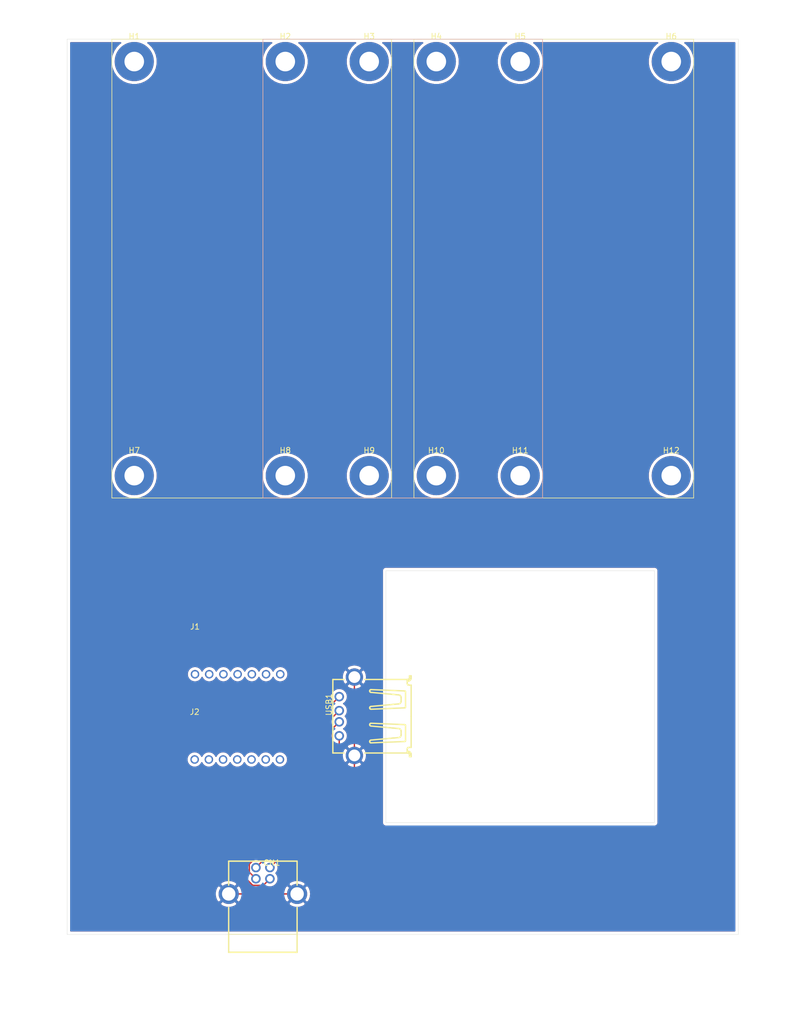
<source format=kicad_pcb>
(kicad_pcb (version 20171130) (host pcbnew "(5.1.5-0)")

  (general
    (thickness 1.6)
    (drawings 20)
    (tracks 22)
    (zones 0)
    (modules 16)
    (nets 20)
  )

  (page A4)
  (layers
    (0 F.Cu signal)
    (31 B.Cu signal)
    (32 B.Adhes user)
    (33 F.Adhes user)
    (34 B.Paste user)
    (35 F.Paste user)
    (36 B.SilkS user)
    (37 F.SilkS user)
    (38 B.Mask user)
    (39 F.Mask user)
    (40 Dwgs.User user)
    (41 Cmts.User user)
    (42 Eco1.User user)
    (43 Eco2.User user)
    (44 Edge.Cuts user)
    (45 Margin user)
    (46 B.CrtYd user)
    (47 F.CrtYd user)
    (48 B.Fab user)
    (49 F.Fab user)
  )

  (setup
    (last_trace_width 0.25)
    (trace_clearance 0.2)
    (zone_clearance 0.508)
    (zone_45_only no)
    (trace_min 0.2)
    (via_size 0.8)
    (via_drill 0.4)
    (via_min_size 0.4)
    (via_min_drill 0.3)
    (uvia_size 0.3)
    (uvia_drill 0.1)
    (uvias_allowed no)
    (uvia_min_size 0.2)
    (uvia_min_drill 0.1)
    (edge_width 0.05)
    (segment_width 0.2)
    (pcb_text_width 0.3)
    (pcb_text_size 1.5 1.5)
    (mod_edge_width 0.12)
    (mod_text_size 1 1)
    (mod_text_width 0.15)
    (pad_size 1.524 1.524)
    (pad_drill 1.02)
    (pad_to_mask_clearance 0)
    (aux_axis_origin 0 0)
    (visible_elements FFFFFF7F)
    (pcbplotparams
      (layerselection 0x010fc_ffffffff)
      (usegerberextensions true)
      (usegerberattributes true)
      (usegerberadvancedattributes true)
      (creategerberjobfile false)
      (excludeedgelayer true)
      (linewidth 0.100000)
      (plotframeref false)
      (viasonmask false)
      (mode 1)
      (useauxorigin false)
      (hpglpennumber 1)
      (hpglpenspeed 20)
      (hpglpendiameter 15.000000)
      (psnegative false)
      (psa4output false)
      (plotreference true)
      (plotvalue true)
      (plotinvisibletext false)
      (padsonsilk false)
      (subtractmaskfromsilk false)
      (outputformat 1)
      (mirror false)
      (drillshape 0)
      (scaleselection 1)
      (outputdirectory "Gerber/"))
  )

  (net 0 "")
  (net 1 "Net-(J1-Pad1)")
  (net 2 "Net-(J1-Pad2)")
  (net 3 "Net-(J1-Pad3)")
  (net 4 "Net-(J1-Pad4)")
  (net 5 "Net-(J1-Pad5)")
  (net 6 "Net-(J1-Pad6)")
  (net 7 "Net-(J1-Pad7)")
  (net 8 "Net-(J2-Pad7)")
  (net 9 "Net-(J2-Pad6)")
  (net 10 "Net-(J2-Pad5)")
  (net 11 "Net-(J2-Pad4)")
  (net 12 "Net-(J2-Pad3)")
  (net 13 "Net-(J2-Pad2)")
  (net 14 "Net-(J2-Pad1)")
  (net 15 GND)
  (net 16 "Net-(CN1-Pad2)")
  (net 17 "Net-(CN1-Pad1)")
  (net 18 "Net-(CN1-Pad4)")
  (net 19 "Net-(CN1-Pad3)")

  (net_class Default "This is the default net class."
    (clearance 0.2)
    (trace_width 0.25)
    (via_dia 0.8)
    (via_drill 0.4)
    (uvia_dia 0.3)
    (uvia_drill 0.1)
    (add_net GND)
    (add_net "Net-(CN1-Pad1)")
    (add_net "Net-(CN1-Pad2)")
    (add_net "Net-(CN1-Pad3)")
    (add_net "Net-(CN1-Pad4)")
    (add_net "Net-(J1-Pad1)")
    (add_net "Net-(J1-Pad2)")
    (add_net "Net-(J1-Pad3)")
    (add_net "Net-(J1-Pad4)")
    (add_net "Net-(J1-Pad5)")
    (add_net "Net-(J1-Pad6)")
    (add_net "Net-(J1-Pad7)")
    (add_net "Net-(J2-Pad1)")
    (add_net "Net-(J2-Pad2)")
    (add_net "Net-(J2-Pad3)")
    (add_net "Net-(J2-Pad4)")
    (add_net "Net-(J2-Pad5)")
    (add_net "Net-(J2-Pad6)")
    (add_net "Net-(J2-Pad7)")
  )

  (module Connector:USB-B_TH_BF90 (layer F.Cu) (tedit 61D8B976) (tstamp 61D902F3)
    (at 35 150.4)
    (path /61D95AC0)
    (attr smd)
    (fp_text reference CN1 (at 0 -3.207) (layer F.SilkS)
      (effects (font (size 1 1) (thickness 0.15)) (justify left))
    )
    (fp_text value USB-B_Panel (at 0 -0.667) (layer F.Fab)
      (effects (font (size 1 1) (thickness 0.15)) (justify left))
    )
    (fp_line (start -5.7 -3.54) (end 5.588 -3.556) (layer F.CrtYd) (width 0.12))
    (fp_line (start -5.759 -3.534) (end -5.7 -3.54) (layer F.CrtYd) (width 0.12))
    (fp_line (start -5.815 -3.517) (end -5.759 -3.534) (layer F.CrtYd) (width 0.12))
    (fp_line (start -5.867 -3.489) (end -5.815 -3.517) (layer F.CrtYd) (width 0.12))
    (fp_line (start -5.912 -3.452) (end -5.867 -3.489) (layer F.CrtYd) (width 0.12))
    (fp_line (start -5.949 -3.407) (end -5.912 -3.452) (layer F.CrtYd) (width 0.12))
    (fp_line (start -5.977 -3.355) (end -5.949 -3.407) (layer F.CrtYd) (width 0.12))
    (fp_line (start -5.994 -3.298) (end -5.977 -3.355) (layer F.CrtYd) (width 0.12))
    (fp_line (start -6 -3.24) (end -5.994 -3.298) (layer F.CrtYd) (width 0.12))
    (fp_line (start -6 12.48) (end -6 -3.24) (layer F.CrtYd) (width 0.12))
    (fp_line (start -5.995 12.535) (end -6 12.48) (layer F.CrtYd) (width 0.12))
    (fp_line (start -5.979 12.587) (end -5.995 12.535) (layer F.CrtYd) (width 0.12))
    (fp_line (start -5.953 12.636) (end -5.979 12.587) (layer F.CrtYd) (width 0.12))
    (fp_line (start -5.918 12.678) (end -5.953 12.636) (layer F.CrtYd) (width 0.12))
    (fp_line (start -5.876 12.713) (end -5.918 12.678) (layer F.CrtYd) (width 0.12))
    (fp_line (start -5.827 12.739) (end -5.876 12.713) (layer F.CrtYd) (width 0.12))
    (fp_line (start -5.775 12.755) (end -5.827 12.739) (layer F.CrtYd) (width 0.12))
    (fp_line (start -5.72 12.76) (end -5.775 12.755) (layer F.CrtYd) (width 0.12))
    (fp_line (start -5.7 12.76) (end -5.72 12.76) (layer F.CrtYd) (width 0.12))
    (fp_line (start 5.68 12.76) (end -5.7 12.76) (layer F.CrtYd) (width 0.12))
    (fp_line (start 5.684 12.76) (end 5.68 12.76) (layer F.CrtYd) (width 0.12))
    (fp_line (start 5.688 12.758) (end 5.684 12.76) (layer F.CrtYd) (width 0.12))
    (fp_line (start 5.691 12.757) (end 5.688 12.758) (layer F.CrtYd) (width 0.12))
    (fp_line (start 5.694 12.754) (end 5.691 12.757) (layer F.CrtYd) (width 0.12))
    (fp_line (start 5.697 12.751) (end 5.694 12.754) (layer F.CrtYd) (width 0.12))
    (fp_line (start 5.698 12.748) (end 5.697 12.751) (layer F.CrtYd) (width 0.12))
    (fp_line (start 5.7 12.744) (end 5.698 12.748) (layer F.CrtYd) (width 0.12))
    (fp_line (start 5.7 12.74) (end 5.7 12.744) (layer F.CrtYd) (width 0.12))
    (fp_line (start 5.72 12.74) (end 5.7 12.74) (layer F.CrtYd) (width 0.12))
    (fp_line (start 5.775 12.735) (end 5.72 12.74) (layer F.CrtYd) (width 0.12))
    (fp_line (start 5.827 12.719) (end 5.775 12.735) (layer F.CrtYd) (width 0.12))
    (fp_line (start 5.876 12.693) (end 5.827 12.719) (layer F.CrtYd) (width 0.12))
    (fp_line (start 5.918 12.658) (end 5.876 12.693) (layer F.CrtYd) (width 0.12))
    (fp_line (start 5.953 12.616) (end 5.918 12.658) (layer F.CrtYd) (width 0.12))
    (fp_line (start 5.979 12.567) (end 5.953 12.616) (layer F.CrtYd) (width 0.12))
    (fp_line (start 5.995 12.515) (end 5.979 12.567) (layer F.CrtYd) (width 0.12))
    (fp_line (start 6 12.46) (end 5.995 12.515) (layer F.CrtYd) (width 0.12))
    (fp_line (start 6 -3.24) (end 6 12.46) (layer F.CrtYd) (width 0.12))
    (fp_line (start 5.994 -3.302) (end 6 -3.24) (layer F.CrtYd) (width 0.12))
    (fp_line (start 5.976 -3.361) (end 5.994 -3.302) (layer F.CrtYd) (width 0.12))
    (fp_line (start 5.947 -3.416) (end 5.976 -3.361) (layer F.CrtYd) (width 0.12))
    (fp_line (start 5.907 -3.463) (end 5.947 -3.416) (layer F.CrtYd) (width 0.12))
    (fp_line (start 5.86 -3.503) (end 5.907 -3.463) (layer F.CrtYd) (width 0.12))
    (fp_line (start 5.805 -3.532) (end 5.86 -3.503) (layer F.CrtYd) (width 0.12))
    (fp_line (start 5.746 -3.55) (end 5.805 -3.532) (layer F.CrtYd) (width 0.12))
    (fp_line (start 5.684 -3.556) (end 5.746 -3.55) (layer F.CrtYd) (width 0.12))
    (fp_line (start 5.588 -3.556) (end 5.684 -3.556) (layer F.CrtYd) (width 0.12))
    (fp_circle (center -6.116 2.355) (end -5.616 2.355) (layer Eco2.User) (width 1))
    (fp_circle (center 6.116 2.355) (end 6.616 2.355) (layer Eco2.User) (width 1))
    (fp_circle (center -1.25 -0.355) (end -1.1 -0.355) (layer Eco2.User) (width 0.3))
    (fp_circle (center 1.25 -0.355) (end 1.4 -0.355) (layer Eco2.User) (width 0.3))
    (fp_circle (center 1.25 -2.355) (end 1.4 -2.355) (layer Eco2.User) (width 0.3))
    (fp_circle (center -1.25 -2.355) (end -1.1 -2.355) (layer Eco2.User) (width 0.3))
    (fp_circle (center 6.586 -3.526) (end 6.616 -3.526) (layer Eco2.User) (width 0.06))
    (fp_line (start -6.12 12.78) (end 6.113 12.78) (layer F.SilkS) (width 0.254))
    (fp_line (start -6.12 4.791) (end -6.12 12.78) (layer F.SilkS) (width 0.254))
    (fp_line (start -6.12 -3.504) (end -6.12 0.773) (layer F.SilkS) (width 0.254))
    (fp_line (start 6.113 4.791) (end 6.113 12.778) (layer F.SilkS) (width 0.254))
    (fp_line (start -6.12 12.78) (end 6.113 12.78) (layer F.SilkS) (width 0.258))
    (fp_line (start 6.113 -3.504) (end -6.12 -3.504) (layer F.SilkS) (width 0.258))
    (fp_line (start 6.113 -3.504) (end 6.113 0.773) (layer F.SilkS) (width 0.254))
    (fp_line (start 6.113 9.57) (end -6.12 9.57) (layer F.SilkS) (width 0.12))
    (pad 5 thru_hole circle (at 6.116 2.355) (size 3.6 3.6) (drill 2.4) (layers *.Cu *.Mask)
      (net 15 GND))
    (pad 5 thru_hole circle (at -6.116 2.355) (size 3.6 3.6) (drill 2.4) (layers *.Cu *.Mask)
      (net 15 GND))
    (pad 2 thru_hole circle (at -1.25 -2.355) (size 1.7 1.7) (drill 1.1) (layers *.Cu *.Mask)
      (net 16 "Net-(CN1-Pad2)"))
    (pad 1 thru_hole circle (at 1.25 -2.355) (size 1.7 1.7) (drill 1.1) (layers *.Cu *.Mask)
      (net 17 "Net-(CN1-Pad1)"))
    (pad 4 thru_hole circle (at 1.25 -0.355) (size 1.7 1.7) (drill 1.1) (layers *.Cu *.Mask)
      (net 18 "Net-(CN1-Pad4)"))
    (pad 3 thru_hole circle (at -1.25 -0.355) (size 1.7 1.7) (drill 1.1) (layers *.Cu *.Mask)
      (net 19 "Net-(CN1-Pad3)"))
    (model ${KIPRJMOD}/kicad_lceda.3dshapes/USB-B-TH_67068-8000.step
      (offset (xyz 0 -4.6 -3))
      (scale (xyz 1 1 1))
      (rotate (xyz 0 0 0))
    )
    (model ${KIPRJMOD}/kicad_lceda.3dshapes/USB-B-TH_67068-8000.wrl
      (offset (xyz 0 -4.6 -3))
      (scale (xyz 1 1 1))
      (rotate (xyz 0 0 0))
    )
  )

  (module MountingHole:MountingHole_3.5mm_Pad (layer F.Cu) (tedit 56D1B4CB) (tstamp 61D8FE20)
    (at 12 4)
    (descr "Mounting Hole 3.5mm")
    (tags "mounting hole 3.5mm")
    (path /61D8BD82)
    (attr virtual)
    (fp_text reference H1 (at 0 -4.5) (layer F.SilkS)
      (effects (font (size 1 1) (thickness 0.15)))
    )
    (fp_text value MountingHole (at 0 4.5) (layer F.Fab)
      (effects (font (size 1 1) (thickness 0.15)))
    )
    (fp_circle (center 0 0) (end 3.75 0) (layer F.CrtYd) (width 0.05))
    (fp_circle (center 0 0) (end 3.5 0) (layer Cmts.User) (width 0.15))
    (fp_text user %R (at 0.3 0) (layer F.Fab)
      (effects (font (size 1 1) (thickness 0.15)))
    )
    (pad 1 thru_hole circle (at 0 0) (size 7 7) (drill 3.5) (layers *.Cu *.Mask))
  )

  (module MountingHole:MountingHole_3.5mm_Pad (layer F.Cu) (tedit 56D1B4CB) (tstamp 61D8FE28)
    (at 39 4)
    (descr "Mounting Hole 3.5mm")
    (tags "mounting hole 3.5mm")
    (path /61D8D679)
    (attr virtual)
    (fp_text reference H2 (at 0 -4.5) (layer F.SilkS)
      (effects (font (size 1 1) (thickness 0.15)))
    )
    (fp_text value MountingHole (at 0 4.5) (layer F.Fab)
      (effects (font (size 1 1) (thickness 0.15)))
    )
    (fp_text user %R (at 0.3 0) (layer F.Fab)
      (effects (font (size 1 1) (thickness 0.15)))
    )
    (fp_circle (center 0 0) (end 3.5 0) (layer Cmts.User) (width 0.15))
    (fp_circle (center 0 0) (end 3.75 0) (layer F.CrtYd) (width 0.05))
    (pad 1 thru_hole circle (at 0 0) (size 7 7) (drill 3.5) (layers *.Cu *.Mask))
  )

  (module MountingHole:MountingHole_3.5mm_Pad (layer F.Cu) (tedit 56D1B4CB) (tstamp 61D8FE30)
    (at 54 4)
    (descr "Mounting Hole 3.5mm")
    (tags "mounting hole 3.5mm")
    (path /61D8E20A)
    (attr virtual)
    (fp_text reference H3 (at 0 -4.5) (layer F.SilkS)
      (effects (font (size 1 1) (thickness 0.15)))
    )
    (fp_text value MountingHole (at 0 4.5) (layer F.Fab)
      (effects (font (size 1 1) (thickness 0.15)))
    )
    (fp_circle (center 0 0) (end 3.75 0) (layer F.CrtYd) (width 0.05))
    (fp_circle (center 0 0) (end 3.5 0) (layer Cmts.User) (width 0.15))
    (fp_text user %R (at 0.3 0) (layer F.Fab)
      (effects (font (size 1 1) (thickness 0.15)))
    )
    (pad 1 thru_hole circle (at 0 0) (size 7 7) (drill 3.5) (layers *.Cu *.Mask))
  )

  (module MountingHole:MountingHole_3.5mm_Pad (layer F.Cu) (tedit 56D1B4CB) (tstamp 61D8FE38)
    (at 66 4)
    (descr "Mounting Hole 3.5mm")
    (tags "mounting hole 3.5mm")
    (path /61D8E234)
    (attr virtual)
    (fp_text reference H4 (at 0 -4.5) (layer F.SilkS)
      (effects (font (size 1 1) (thickness 0.15)))
    )
    (fp_text value MountingHole (at 0 4.5) (layer F.Fab)
      (effects (font (size 1 1) (thickness 0.15)))
    )
    (fp_text user %R (at 0.3 0) (layer F.Fab)
      (effects (font (size 1 1) (thickness 0.15)))
    )
    (fp_circle (center 0 0) (end 3.5 0) (layer Cmts.User) (width 0.15))
    (fp_circle (center 0 0) (end 3.75 0) (layer F.CrtYd) (width 0.05))
    (pad 1 thru_hole circle (at 0 0) (size 7 7) (drill 3.5) (layers *.Cu *.Mask))
  )

  (module MountingHole:MountingHole_3.5mm_Pad (layer F.Cu) (tedit 56D1B4CB) (tstamp 61D8FE40)
    (at 81 4)
    (descr "Mounting Hole 3.5mm")
    (tags "mounting hole 3.5mm")
    (path /61D8EDF0)
    (attr virtual)
    (fp_text reference H5 (at 0 -4.5) (layer F.SilkS)
      (effects (font (size 1 1) (thickness 0.15)))
    )
    (fp_text value MountingHole (at 0 4.5) (layer F.Fab)
      (effects (font (size 1 1) (thickness 0.15)))
    )
    (fp_circle (center 0 0) (end 3.75 0) (layer F.CrtYd) (width 0.05))
    (fp_circle (center 0 0) (end 3.5 0) (layer Cmts.User) (width 0.15))
    (fp_text user %R (at 0.3 0) (layer F.Fab)
      (effects (font (size 1 1) (thickness 0.15)))
    )
    (pad 1 thru_hole circle (at 0 0) (size 7 7) (drill 3.5) (layers *.Cu *.Mask))
  )

  (module MountingHole:MountingHole_3.5mm_Pad (layer F.Cu) (tedit 56D1B4CB) (tstamp 61D8FE48)
    (at 108 4)
    (descr "Mounting Hole 3.5mm")
    (tags "mounting hole 3.5mm")
    (path /61D8EE32)
    (attr virtual)
    (fp_text reference H6 (at 0 -4.5) (layer F.SilkS)
      (effects (font (size 1 1) (thickness 0.15)))
    )
    (fp_text value MountingHole (at 0 4.5) (layer F.Fab)
      (effects (font (size 1 1) (thickness 0.15)))
    )
    (fp_text user %R (at 0.3 0) (layer F.Fab)
      (effects (font (size 1 1) (thickness 0.15)))
    )
    (fp_circle (center 0 0) (end 3.5 0) (layer Cmts.User) (width 0.15))
    (fp_circle (center 0 0) (end 3.75 0) (layer F.CrtYd) (width 0.05))
    (pad 1 thru_hole circle (at 0 0) (size 7 7) (drill 3.5) (layers *.Cu *.Mask))
  )

  (module MountingHole:MountingHole_3.5mm_Pad (layer F.Cu) (tedit 56D1B4CB) (tstamp 61D8FE50)
    (at 12 78)
    (descr "Mounting Hole 3.5mm")
    (tags "mounting hole 3.5mm")
    (path /61D8EE3C)
    (attr virtual)
    (fp_text reference H7 (at 0 -4.5) (layer F.SilkS)
      (effects (font (size 1 1) (thickness 0.15)))
    )
    (fp_text value MountingHole (at 0 4.5) (layer F.Fab)
      (effects (font (size 1 1) (thickness 0.15)))
    )
    (fp_circle (center 0 0) (end 3.75 0) (layer F.CrtYd) (width 0.05))
    (fp_circle (center 0 0) (end 3.5 0) (layer Cmts.User) (width 0.15))
    (fp_text user %R (at 0.3 0) (layer F.Fab)
      (effects (font (size 1 1) (thickness 0.15)))
    )
    (pad 1 thru_hole circle (at 0 0) (size 7 7) (drill 3.5) (layers *.Cu *.Mask))
  )

  (module MountingHole:MountingHole_3.5mm_Pad (layer F.Cu) (tedit 56D1B4CB) (tstamp 61D8FE58)
    (at 39 78)
    (descr "Mounting Hole 3.5mm")
    (tags "mounting hole 3.5mm")
    (path /61D8EE46)
    (attr virtual)
    (fp_text reference H8 (at 0 -4.5) (layer F.SilkS)
      (effects (font (size 1 1) (thickness 0.15)))
    )
    (fp_text value MountingHole (at 0 4.5) (layer F.Fab)
      (effects (font (size 1 1) (thickness 0.15)))
    )
    (fp_text user %R (at 0.3 0) (layer F.Fab)
      (effects (font (size 1 1) (thickness 0.15)))
    )
    (fp_circle (center 0 0) (end 3.5 0) (layer Cmts.User) (width 0.15))
    (fp_circle (center 0 0) (end 3.75 0) (layer F.CrtYd) (width 0.05))
    (pad 1 thru_hole circle (at 0 0) (size 7 7) (drill 3.5) (layers *.Cu *.Mask))
  )

  (module MountingHole:MountingHole_3.5mm_Pad (layer F.Cu) (tedit 56D1B4CB) (tstamp 61D8FE60)
    (at 54 78)
    (descr "Mounting Hole 3.5mm")
    (tags "mounting hole 3.5mm")
    (path /61D910E4)
    (attr virtual)
    (fp_text reference H9 (at 0 -4.5) (layer F.SilkS)
      (effects (font (size 1 1) (thickness 0.15)))
    )
    (fp_text value MountingHole (at 0 4.5) (layer F.Fab)
      (effects (font (size 1 1) (thickness 0.15)))
    )
    (fp_circle (center 0 0) (end 3.75 0) (layer F.CrtYd) (width 0.05))
    (fp_circle (center 0 0) (end 3.5 0) (layer Cmts.User) (width 0.15))
    (fp_text user %R (at 0.3 0) (layer F.Fab)
      (effects (font (size 1 1) (thickness 0.15)))
    )
    (pad 1 thru_hole circle (at 0 0) (size 7 7) (drill 3.5) (layers *.Cu *.Mask))
  )

  (module MountingHole:MountingHole_3.5mm_Pad (layer F.Cu) (tedit 56D1B4CB) (tstamp 61D8FE68)
    (at 66 78)
    (descr "Mounting Hole 3.5mm")
    (tags "mounting hole 3.5mm")
    (path /61D91156)
    (attr virtual)
    (fp_text reference H10 (at 0 -4.5) (layer F.SilkS)
      (effects (font (size 1 1) (thickness 0.15)))
    )
    (fp_text value MountingHole (at 0 4.5) (layer F.Fab)
      (effects (font (size 1 1) (thickness 0.15)))
    )
    (fp_text user %R (at 0.3 0) (layer F.Fab)
      (effects (font (size 1 1) (thickness 0.15)))
    )
    (fp_circle (center 0 0) (end 3.5 0) (layer Cmts.User) (width 0.15))
    (fp_circle (center 0 0) (end 3.75 0) (layer F.CrtYd) (width 0.05))
    (pad 1 thru_hole circle (at 0 0) (size 7 7) (drill 3.5) (layers *.Cu *.Mask))
  )

  (module MountingHole:MountingHole_3.5mm_Pad (layer F.Cu) (tedit 56D1B4CB) (tstamp 61D8FE70)
    (at 81 78)
    (descr "Mounting Hole 3.5mm")
    (tags "mounting hole 3.5mm")
    (path /61D91160)
    (attr virtual)
    (fp_text reference H11 (at 0 -4.5) (layer F.SilkS)
      (effects (font (size 1 1) (thickness 0.15)))
    )
    (fp_text value MountingHole (at 0 4.5) (layer F.Fab)
      (effects (font (size 1 1) (thickness 0.15)))
    )
    (fp_circle (center 0 0) (end 3.75 0) (layer F.CrtYd) (width 0.05))
    (fp_circle (center 0 0) (end 3.5 0) (layer Cmts.User) (width 0.15))
    (fp_text user %R (at 0.3 0) (layer F.Fab)
      (effects (font (size 1 1) (thickness 0.15)))
    )
    (pad 1 thru_hole circle (at 0 0) (size 7 7) (drill 3.5) (layers *.Cu *.Mask))
  )

  (module MountingHole:MountingHole_3.5mm_Pad (layer F.Cu) (tedit 56D1B4CB) (tstamp 61D8FE78)
    (at 108 78)
    (descr "Mounting Hole 3.5mm")
    (tags "mounting hole 3.5mm")
    (path /61D9116A)
    (attr virtual)
    (fp_text reference H12 (at 0 -4.5) (layer F.SilkS)
      (effects (font (size 1 1) (thickness 0.15)))
    )
    (fp_text value MountingHole (at 0 4.5) (layer F.Fab)
      (effects (font (size 1 1) (thickness 0.15)))
    )
    (fp_text user %R (at 0.3 0) (layer F.Fab)
      (effects (font (size 1 1) (thickness 0.15)))
    )
    (fp_circle (center 0 0) (end 3.5 0) (layer Cmts.User) (width 0.15))
    (fp_circle (center 0 0) (end 3.75 0) (layer F.CrtYd) (width 0.05))
    (pad 1 thru_hole circle (at 0 0) (size 7 7) (drill 3.5) (layers *.Cu *.Mask))
  )

  (module Connector:1x7_2.54mm_FemaleHeader (layer F.Cu) (tedit 61D8A1B6) (tstamp 61D8FE83)
    (at 22.86 113.49)
    (path /61D9DB95)
    (attr smd)
    (fp_text reference J1 (at 0 -8.5) (layer F.SilkS)
      (effects (font (size 1 1) (thickness 0.15)))
    )
    (fp_text value Conn_01x07_Female (at 0 -7) (layer F.Fab)
      (effects (font (size 1 1) (thickness 0.15)))
    )
    (pad 1 thru_hole circle (at 0 0) (size 1.524 1.524) (drill 1.02) (layers *.Cu *.Mask)
      (net 1 "Net-(J1-Pad1)"))
    (pad 2 thru_hole circle (at 2.54 0) (size 1.524 1.524) (drill 1.02) (layers *.Cu *.Mask)
      (net 2 "Net-(J1-Pad2)"))
    (pad 3 thru_hole circle (at 5.08 0) (size 1.524 1.524) (drill 1.02) (layers *.Cu *.Mask)
      (net 3 "Net-(J1-Pad3)"))
    (pad 4 thru_hole circle (at 7.62 0) (size 1.524 1.524) (drill 1.02) (layers *.Cu *.Mask)
      (net 4 "Net-(J1-Pad4)"))
    (pad 5 thru_hole circle (at 10.16 0) (size 1.524 1.524) (drill 1.02) (layers *.Cu *.Mask)
      (net 5 "Net-(J1-Pad5)"))
    (pad 6 thru_hole circle (at 12.7 0) (size 1.524 1.524) (drill 1.02) (layers *.Cu *.Mask)
      (net 6 "Net-(J1-Pad6)"))
    (pad 7 thru_hole circle (at 15.24 0) (size 1.524 1.524) (drill 1.02) (layers *.Cu *.Mask)
      (net 7 "Net-(J1-Pad7)"))
    (model ${KISYS3DMOD}/Connector_PinSocket_2.54mm.3dshapes/PinSocket_1x07_P2.54mm_Vertical.step
      (at (xyz 0 0 0))
      (scale (xyz 1 1 1))
      (rotate (xyz 0 0 -90))
    )
  )

  (module Connector:1x7_2.54mm_FemaleHeader (layer F.Cu) (tedit 61D8A1B6) (tstamp 61D8FE8E)
    (at 22.8 128.73)
    (path /61D9F55B)
    (attr smd)
    (fp_text reference J2 (at 0 -8.5) (layer F.SilkS)
      (effects (font (size 1 1) (thickness 0.15)))
    )
    (fp_text value Conn_01x07_Female (at 0 -7) (layer F.Fab)
      (effects (font (size 1 1) (thickness 0.15)))
    )
    (pad 7 thru_hole circle (at 15.24 0) (size 1.524 1.524) (drill 1.02) (layers *.Cu *.Mask)
      (net 8 "Net-(J2-Pad7)"))
    (pad 6 thru_hole circle (at 12.7 0) (size 1.524 1.524) (drill 1.02) (layers *.Cu *.Mask)
      (net 9 "Net-(J2-Pad6)"))
    (pad 5 thru_hole circle (at 10.16 0) (size 1.524 1.524) (drill 1.02) (layers *.Cu *.Mask)
      (net 10 "Net-(J2-Pad5)"))
    (pad 4 thru_hole circle (at 7.62 0) (size 1.524 1.524) (drill 1.02) (layers *.Cu *.Mask)
      (net 11 "Net-(J2-Pad4)"))
    (pad 3 thru_hole circle (at 5.08 0) (size 1.524 1.524) (drill 1.02) (layers *.Cu *.Mask)
      (net 12 "Net-(J2-Pad3)"))
    (pad 2 thru_hole circle (at 2.54 0) (size 1.524 1.524) (drill 1.02) (layers *.Cu *.Mask)
      (net 13 "Net-(J2-Pad2)"))
    (pad 1 thru_hole circle (at 0 0) (size 1.524 1.524) (drill 1.02) (layers *.Cu *.Mask)
      (net 14 "Net-(J2-Pad1)"))
    (model ${KISYS3DMOD}/Connector_PinSocket_2.54mm.3dshapes/PinSocket_1x07_P2.54mm_Vertical.step
      (at (xyz 0 0 0))
      (scale (xyz 1 1 1))
      (rotate (xyz 0 0 -90))
    )
  )

  (module Connector:USB-A-TH__USB-AF-90 (layer F.Cu) (tedit 61D89B82) (tstamp 61D903C8)
    (at 50 121 90)
    (path /61D950C3)
    (attr smd)
    (fp_text reference USB1 (at 0 -3.207 90) (layer F.SilkS)
      (effects (font (size 1 1) (thickness 0.15)) (justify left))
    )
    (fp_text value USB-A-RA (at 0 -0.667 90) (layer F.Fab)
      (effects (font (size 1 1) (thickness 0.15)) (justify left))
    )
    (fp_circle (center -8.55 -2.622) (end -8.52 -2.622) (layer Eco2.User) (width 0.06))
    (fp_circle (center 3.5 -1.355) (end 3.725 -1.355) (layer Eco2.User) (width 0.45))
    (fp_circle (center 1 -1.355) (end 1.225 -1.355) (layer Eco2.User) (width 0.45))
    (fp_circle (center -1 -1.355) (end -0.775 -1.355) (layer Eco2.User) (width 0.45))
    (fp_circle (center -3.5 -1.355) (end -3.275 -1.355) (layer Eco2.User) (width 0.45))
    (fp_circle (center -7 1.355) (end -6.525 1.355) (layer Eco2.User) (width 0.95))
    (fp_circle (center 7 1.355) (end 7.475 1.355) (layer Eco2.User) (width 0.95))
    (fp_line (start -8.55 11.632) (end -8.55 -2.622) (layer F.CrtYd) (width 0.12))
    (fp_line (start 8.55 11.632) (end -8.55 11.632) (layer F.CrtYd) (width 0.12))
    (fp_line (start 8.55 -2.622) (end 8.55 11.632) (layer F.CrtYd) (width 0.12))
    (fp_line (start -8.55 -2.622) (end 8.55 -2.622) (layer F.CrtYd) (width 0.12))
    (fp_line (start -4.754 4.284) (end -4.76 4.337) (layer F.SilkS) (width 0.254))
    (fp_line (start -4.74 4.237) (end -4.754 4.284) (layer F.SilkS) (width 0.254))
    (fp_line (start -4.69 4.161) (end -4.74 4.237) (layer F.SilkS) (width 0.254))
    (fp_line (start -4.614 4.108) (end -4.69 4.161) (layer F.SilkS) (width 0.254))
    (fp_line (start -4.524 4.087) (end -4.614 4.108) (layer F.SilkS) (width 0.254))
    (fp_line (start -4.432 4.099) (end -4.524 4.087) (layer F.SilkS) (width 0.254))
    (fp_line (start -4.349 4.145) (end -4.432 4.099) (layer F.SilkS) (width 0.254))
    (fp_line (start -4.291 4.218) (end -4.349 4.145) (layer F.SilkS) (width 0.254))
    (fp_line (start -4.26 4.314) (end -4.291 4.218) (layer F.SilkS) (width 0.254))
    (fp_line (start -6.57 -2.495) (end 6.57 -2.495) (layer F.SilkS) (width 0.254))
    (fp_line (start -6.57 -0.495) (end -6.57 -2.494) (layer F.SilkS) (width 0.254))
    (fp_line (start -5.563 11.505) (end 0 11.505) (layer F.SilkS) (width 0.254))
    (fp_line (start -7.221 11.505) (end -7.221 11.202) (layer F.SilkS) (width 0.254))
    (fp_line (start -6.267 10.801) (end -6.267 10.9) (layer F.SilkS) (width 0.254))
    (fp_line (start -5.563 11.505) (end -5.563 11.104) (layer F.SilkS) (width 0.254))
    (fp_line (start -6.866 11.505) (end -7.221 11.505) (layer F.SilkS) (width 0.254))
    (fp_line (start -7.221 11.202) (end -6.866 11.202) (layer F.SilkS) (width 0.254))
    (fp_line (start -6.57 10.801) (end -5.866 10.801) (layer F.SilkS) (width 0.254))
    (fp_line (start -5.572 11.037) (end -5.563 11.098) (layer F.SilkS) (width 0.254))
    (fp_line (start -5.592 10.978) (end -5.572 11.037) (layer F.SilkS) (width 0.254))
    (fp_line (start -5.62 10.926) (end -5.592 10.978) (layer F.SilkS) (width 0.254))
    (fp_line (start -5.654 10.886) (end -5.62 10.926) (layer F.SilkS) (width 0.254))
    (fp_line (start -5.696 10.853) (end -5.654 10.886) (layer F.SilkS) (width 0.254))
    (fp_line (start -5.744 10.828) (end -5.696 10.853) (layer F.SilkS) (width 0.254))
    (fp_line (start -5.799 10.811) (end -5.744 10.828) (layer F.SilkS) (width 0.254))
    (fp_line (start -5.866 10.801) (end -5.799 10.811) (layer F.SilkS) (width 0.254))
    (fp_line (start -6.799 11.193) (end -6.861 11.202) (layer F.SilkS) (width 0.254))
    (fp_line (start -6.745 11.174) (end -6.799 11.193) (layer F.SilkS) (width 0.254))
    (fp_line (start -6.692 11.145) (end -6.745 11.174) (layer F.SilkS) (width 0.254))
    (fp_line (start -6.65 11.109) (end -6.692 11.145) (layer F.SilkS) (width 0.254))
    (fp_line (start -6.613 11.062) (end -6.65 11.109) (layer F.SilkS) (width 0.254))
    (fp_line (start -6.586 11.009) (end -6.613 11.062) (layer F.SilkS) (width 0.254))
    (fp_line (start -6.573 10.954) (end -6.586 11.009) (layer F.SilkS) (width 0.254))
    (fp_line (start -6.57 10.9) (end -6.573 10.954) (layer F.SilkS) (width 0.254))
    (fp_line (start -6.741 11.491) (end -6.856 11.505) (layer F.SilkS) (width 0.254))
    (fp_line (start -6.624 11.452) (end -6.741 11.491) (layer F.SilkS) (width 0.254))
    (fp_line (start -6.52 11.391) (end -6.624 11.452) (layer F.SilkS) (width 0.254))
    (fp_line (start -6.436 11.319) (end -6.52 11.391) (layer F.SilkS) (width 0.254))
    (fp_line (start -6.362 11.225) (end -6.436 11.319) (layer F.SilkS) (width 0.254))
    (fp_line (start -6.31 11.125) (end -6.362 11.225) (layer F.SilkS) (width 0.254))
    (fp_line (start -6.278 11.016) (end -6.31 11.125) (layer F.SilkS) (width 0.254))
    (fp_line (start -6.267 10.9) (end -6.278 11.016) (layer F.SilkS) (width 0.254))
    (fp_line (start -6.57 10.9) (end -6.57 3.2) (layer F.SilkS) (width 0.254))
    (fp_line (start -4.76 4.347) (end -4.517 10.308) (layer F.SilkS) (width 0.254))
    (fp_line (start -3.944 7.781) (end -4.26 4.314) (layer F.SilkS) (width 0.254))
    (fp_line (start -4.352 10.497) (end -4.316 10.499) (layer F.SilkS) (width 0.254))
    (fp_line (start -4.389 10.489) (end -4.352 10.497) (layer F.SilkS) (width 0.254))
    (fp_line (start -4.421 10.473) (end -4.389 10.489) (layer F.SilkS) (width 0.254))
    (fp_line (start -4.449 10.451) (end -4.421 10.473) (layer F.SilkS) (width 0.254))
    (fp_line (start -4.474 10.424) (end -4.449 10.451) (layer F.SilkS) (width 0.254))
    (fp_line (start -4.494 10.39) (end -4.474 10.424) (layer F.SilkS) (width 0.254))
    (fp_line (start -4.509 10.352) (end -4.494 10.39) (layer F.SilkS) (width 0.254))
    (fp_line (start -4.517 10.308) (end -4.509 10.352) (layer F.SilkS) (width 0.254))
    (fp_line (start -3.944 7.781) (end -3.911 8.117) (layer F.SilkS) (width 0.254))
    (fp_line (start 6.57 10.9) (end 6.57 3.2) (layer F.SilkS) (width 0.254))
    (fp_line (start -1.709 4.205) (end -1.745 4.304) (layer F.SilkS) (width 0.254))
    (fp_line (start -1.648 4.136) (end -1.709 4.205) (layer F.SilkS) (width 0.254))
    (fp_line (start -1.565 4.095) (end -1.648 4.136) (layer F.SilkS) (width 0.254))
    (fp_line (start -1.475 4.088) (end -1.565 4.095) (layer F.SilkS) (width 0.254))
    (fp_line (start -1.387 4.113) (end -1.475 4.088) (layer F.SilkS) (width 0.254))
    (fp_line (start -1.314 4.17) (end -1.387 4.113) (layer F.SilkS) (width 0.254))
    (fp_line (start -1.269 4.251) (end -1.314 4.17) (layer F.SilkS) (width 0.254))
    (fp_line (start -1.253 4.347) (end -1.269 4.251) (layer F.SilkS) (width 0.254))
    (fp_line (start 1.274 4.241) (end 1.254 4.337) (layer F.SilkS) (width 0.254))
    (fp_line (start 1.323 4.163) (end 1.274 4.241) (layer F.SilkS) (width 0.254))
    (fp_line (start 1.399 4.108) (end 1.323 4.163) (layer F.SilkS) (width 0.254))
    (fp_line (start 1.488 4.087) (end 1.399 4.108) (layer F.SilkS) (width 0.254))
    (fp_line (start 1.579 4.098) (end 1.488 4.087) (layer F.SilkS) (width 0.254))
    (fp_line (start 1.661 4.142) (end 1.579 4.098) (layer F.SilkS) (width 0.254))
    (fp_line (start 1.72 4.213) (end 1.661 4.142) (layer F.SilkS) (width 0.254))
    (fp_line (start 1.754 4.314) (end 1.72 4.213) (layer F.SilkS) (width 0.254))
    (fp_line (start 4.301 4.212) (end 4.269 4.304) (layer F.SilkS) (width 0.254))
    (fp_line (start 4.361 4.141) (end 4.301 4.212) (layer F.SilkS) (width 0.254))
    (fp_line (start 4.437 4.099) (end 4.361 4.141) (layer F.SilkS) (width 0.254))
    (fp_line (start 4.485 4.088) (end 4.437 4.099) (layer F.SilkS) (width 0.254))
    (fp_line (start 4.534 4.087) (end 4.485 4.088) (layer F.SilkS) (width 0.254))
    (fp_line (start 4.583 4.095) (end 4.534 4.087) (layer F.SilkS) (width 0.254))
    (fp_line (start 4.628 4.113) (end 4.583 4.095) (layer F.SilkS) (width 0.254))
    (fp_line (start 4.701 4.17) (end 4.628 4.113) (layer F.SilkS) (width 0.254))
    (fp_line (start 4.746 4.25) (end 4.701 4.17) (layer F.SilkS) (width 0.254))
    (fp_line (start 4.761 4.347) (end 4.746 4.25) (layer F.SilkS) (width 0.254))
    (fp_line (start 7.221 11.505) (end 7.221 11.202) (layer F.SilkS) (width 0.254))
    (fp_line (start 6.267 10.801) (end 6.267 10.9) (layer F.SilkS) (width 0.254))
    (fp_line (start 5.563 11.505) (end 5.563 11.104) (layer F.SilkS) (width 0.254))
    (fp_line (start 4.761 4.347) (end 4.524 10.308) (layer F.SilkS) (width 0.254))
    (fp_line (start 3.918 8.117) (end 3.905 8.255) (layer F.SilkS) (width 0.254))
    (fp_line (start 3.892 8.393) (end 3.813 9.295) (layer F.SilkS) (width 0.254))
    (fp_line (start 3.951 7.781) (end 4.267 4.314) (layer F.SilkS) (width 0.254))
    (fp_line (start 3.413 9.698) (end 3.32 9.709) (layer F.SilkS) (width 0.254))
    (fp_line (start 3.503 9.673) (end 3.413 9.698) (layer F.SilkS) (width 0.254))
    (fp_line (start 3.585 9.634) (end 3.503 9.673) (layer F.SilkS) (width 0.254))
    (fp_line (start 3.659 9.581) (end 3.585 9.634) (layer F.SilkS) (width 0.254))
    (fp_line (start 3.718 9.522) (end 3.659 9.581) (layer F.SilkS) (width 0.254))
    (fp_line (start 3.764 9.453) (end 3.718 9.522) (layer F.SilkS) (width 0.254))
    (fp_line (start 3.797 9.374) (end 3.764 9.453) (layer F.SilkS) (width 0.254))
    (fp_line (start 3.813 9.295) (end 3.797 9.374) (layer F.SilkS) (width 0.254))
    (fp_line (start 6.866 11.505) (end 7.221 11.505) (layer F.SilkS) (width 0.254))
    (fp_line (start 7.221 11.202) (end 6.866 11.202) (layer F.SilkS) (width 0.254))
    (fp_line (start 2.102 8.117) (end 2.115 8.255) (layer F.SilkS) (width 0.254))
    (fp_line (start 2.122 8.393) (end 2.208 9.295) (layer F.SilkS) (width 0.254))
    (fp_line (start 2.069 7.781) (end 1.754 4.314) (layer F.SilkS) (width 0.254))
    (fp_line (start 6.57 10.801) (end 5.866 10.801) (layer F.SilkS) (width 0.254))
    (fp_line (start 4.319 10.499) (end 1.701 10.499) (layer F.SilkS) (width 0.254))
    (fp_line (start 1.497 10.308) (end 1.254 4.347) (layer F.SilkS) (width 0.254))
    (fp_line (start 2.224 9.382) (end 2.208 9.302) (layer F.SilkS) (width 0.254))
    (fp_line (start 2.258 9.46) (end 2.224 9.382) (layer F.SilkS) (width 0.254))
    (fp_line (start 2.305 9.529) (end 2.258 9.46) (layer F.SilkS) (width 0.254))
    (fp_line (start 2.364 9.588) (end 2.305 9.529) (layer F.SilkS) (width 0.254))
    (fp_line (start 2.44 9.639) (end 2.364 9.588) (layer F.SilkS) (width 0.254))
    (fp_line (start 2.524 9.677) (end 2.44 9.639) (layer F.SilkS) (width 0.254))
    (fp_line (start 2.621 9.702) (end 2.524 9.677) (layer F.SilkS) (width 0.254))
    (fp_line (start 2.707 9.709) (end 2.621 9.702) (layer F.SilkS) (width 0.254))
    (fp_line (start 2.707 9.709) (end 3.313 9.709) (layer F.SilkS) (width 0.254))
    (fp_line (start -2.701 9.709) (end -3.306 9.709) (layer F.SilkS) (width 0.254))
    (fp_line (start -2.221 9.388) (end -2.202 9.302) (layer F.SilkS) (width 0.254))
    (fp_line (start -2.253 9.459) (end -2.221 9.388) (layer F.SilkS) (width 0.254))
    (fp_line (start -2.301 9.527) (end -2.253 9.459) (layer F.SilkS) (width 0.254))
    (fp_line (start -2.365 9.59) (end -2.301 9.527) (layer F.SilkS) (width 0.254))
    (fp_line (start -2.434 9.637) (end -2.365 9.59) (layer F.SilkS) (width 0.254))
    (fp_line (start -2.518 9.675) (end -2.434 9.637) (layer F.SilkS) (width 0.254))
    (fp_line (start -2.607 9.699) (end -2.518 9.675) (layer F.SilkS) (width 0.254))
    (fp_line (start -2.701 9.709) (end -2.607 9.699) (layer F.SilkS) (width 0.254))
    (fp_line (start -1.497 10.308) (end -1.253 4.347) (layer F.SilkS) (width 0.254))
    (fp_line (start -2.096 8.117) (end -2.109 8.255) (layer F.SilkS) (width 0.254))
    (fp_line (start -2.122 8.393) (end -2.201 9.295) (layer F.SilkS) (width 0.254))
    (fp_line (start -2.063 7.781) (end -1.747 4.314) (layer F.SilkS) (width 0.254))
    (fp_line (start -3.806 9.295) (end -3.892 8.393) (layer F.SilkS) (width 0.254))
    (fp_line (start -3.407 9.699) (end -3.313 9.709) (layer F.SilkS) (width 0.254))
    (fp_line (start -3.496 9.674) (end -3.407 9.699) (layer F.SilkS) (width 0.254))
    (fp_line (start -3.58 9.635) (end -3.496 9.674) (layer F.SilkS) (width 0.254))
    (fp_line (start -3.655 9.583) (end -3.58 9.635) (layer F.SilkS) (width 0.254))
    (fp_line (start -3.713 9.523) (end -3.655 9.583) (layer F.SilkS) (width 0.254))
    (fp_line (start -3.759 9.454) (end -3.713 9.523) (layer F.SilkS) (width 0.254))
    (fp_line (start -3.791 9.375) (end -3.759 9.454) (layer F.SilkS) (width 0.254))
    (fp_line (start -3.806 9.295) (end -3.791 9.375) (layer F.SilkS) (width 0.254))
    (fp_line (start 1.661 10.497) (end 1.697 10.499) (layer F.SilkS) (width 0.254))
    (fp_line (start 1.625 10.489) (end 1.661 10.497) (layer F.SilkS) (width 0.254))
    (fp_line (start 1.593 10.473) (end 1.625 10.489) (layer F.SilkS) (width 0.254))
    (fp_line (start 1.564 10.451) (end 1.593 10.473) (layer F.SilkS) (width 0.254))
    (fp_line (start 1.538 10.422) (end 1.564 10.451) (layer F.SilkS) (width 0.254))
    (fp_line (start 1.518 10.387) (end 1.538 10.422) (layer F.SilkS) (width 0.254))
    (fp_line (start 1.504 10.349) (end 1.518 10.387) (layer F.SilkS) (width 0.254))
    (fp_line (start 1.497 10.308) (end 1.504 10.349) (layer F.SilkS) (width 0.254))
    (fp_line (start -1.503 10.367) (end -1.497 10.308) (layer F.SilkS) (width 0.254))
    (fp_line (start -1.536 10.419) (end -1.503 10.367) (layer F.SilkS) (width 0.254))
    (fp_line (start -1.576 10.466) (end -1.536 10.419) (layer F.SilkS) (width 0.254))
    (fp_line (start -1.635 10.492) (end -1.576 10.466) (layer F.SilkS) (width 0.254))
    (fp_line (start -1.694 10.499) (end -1.635 10.492) (layer F.SilkS) (width 0.254))
    (fp_line (start 4.51 10.367) (end 4.524 10.308) (layer F.SilkS) (width 0.254))
    (fp_line (start 4.477 10.419) (end 4.51 10.367) (layer F.SilkS) (width 0.254))
    (fp_line (start 4.438 10.466) (end 4.477 10.419) (layer F.SilkS) (width 0.254))
    (fp_line (start 4.379 10.492) (end 4.438 10.466) (layer F.SilkS) (width 0.254))
    (fp_line (start 4.319 10.499) (end 4.379 10.492) (layer F.SilkS) (width 0.254))
    (fp_line (start 5.574 11.032) (end 5.563 11.098) (layer F.SilkS) (width 0.254))
    (fp_line (start 5.592 10.978) (end 5.574 11.032) (layer F.SilkS) (width 0.254))
    (fp_line (start 5.62 10.926) (end 5.592 10.978) (layer F.SilkS) (width 0.254))
    (fp_line (start 5.654 10.886) (end 5.62 10.926) (layer F.SilkS) (width 0.254))
    (fp_line (start 5.7 10.851) (end 5.654 10.886) (layer F.SilkS) (width 0.254))
    (fp_line (start 5.744 10.828) (end 5.7 10.851) (layer F.SilkS) (width 0.254))
    (fp_line (start 5.799 10.811) (end 5.744 10.828) (layer F.SilkS) (width 0.254))
    (fp_line (start 5.866 10.801) (end 5.799 10.811) (layer F.SilkS) (width 0.254))
    (fp_line (start 6.799 11.193) (end 6.861 11.202) (layer F.SilkS) (width 0.254))
    (fp_line (start 6.745 11.174) (end 6.799 11.193) (layer F.SilkS) (width 0.254))
    (fp_line (start 6.692 11.145) (end 6.745 11.174) (layer F.SilkS) (width 0.254))
    (fp_line (start 6.65 11.109) (end 6.692 11.145) (layer F.SilkS) (width 0.254))
    (fp_line (start 6.613 11.062) (end 6.65 11.109) (layer F.SilkS) (width 0.254))
    (fp_line (start 6.587 11.009) (end 6.613 11.062) (layer F.SilkS) (width 0.254))
    (fp_line (start 6.573 10.959) (end 6.587 11.009) (layer F.SilkS) (width 0.254))
    (fp_line (start 6.57 10.9) (end 6.573 10.959) (layer F.SilkS) (width 0.254))
    (fp_line (start 6.741 11.491) (end 6.856 11.505) (layer F.SilkS) (width 0.254))
    (fp_line (start 6.624 11.452) (end 6.741 11.491) (layer F.SilkS) (width 0.254))
    (fp_line (start 6.52 11.391) (end 6.624 11.452) (layer F.SilkS) (width 0.254))
    (fp_line (start 6.436 11.319) (end 6.52 11.391) (layer F.SilkS) (width 0.254))
    (fp_line (start 6.362 11.225) (end 6.436 11.319) (layer F.SilkS) (width 0.254))
    (fp_line (start 6.31 11.125) (end 6.362 11.225) (layer F.SilkS) (width 0.254))
    (fp_line (start 6.278 11.016) (end 6.31 11.125) (layer F.SilkS) (width 0.254))
    (fp_line (start 6.267 10.9) (end 6.278 11.016) (layer F.SilkS) (width 0.254))
    (fp_line (start -3.892 8.347) (end -3.898 8.255) (layer F.SilkS) (width 0.254))
    (fp_line (start -2.115 8.347) (end -2.109 8.255) (layer F.SilkS) (width 0.254))
    (fp_line (start 2.069 7.781) (end 2.102 8.117) (layer F.SilkS) (width 0.254))
    (fp_line (start 3.951 7.781) (end 3.918 8.117) (layer F.SilkS) (width 0.254))
    (fp_line (start 3.898 8.347) (end 3.905 8.255) (layer F.SilkS) (width 0.254))
    (fp_line (start 2.122 8.347) (end 2.115 8.255) (layer F.SilkS) (width 0.254))
    (fp_line (start -2.063 7.781) (end -2.096 8.117) (layer F.SilkS) (width 0.254))
    (fp_line (start 2.122 8.393) (end 2.122 8.347) (layer F.SilkS) (width 0.254))
    (fp_line (start 3.892 8.393) (end 3.898 8.347) (layer F.SilkS) (width 0.254))
    (fp_line (start -3.892 8.393) (end -3.892 8.347) (layer F.SilkS) (width 0.254))
    (fp_line (start -2.122 8.393) (end -2.115 8.347) (layer F.SilkS) (width 0.254))
    (fp_line (start 5.563 11.505) (end 0 11.505) (layer F.SilkS) (width 0.254))
    (fp_line (start -4.313 10.499) (end -1.694 10.499) (layer F.SilkS) (width 0.254))
    (fp_line (start -3.911 8.117) (end -3.898 8.255) (layer F.SilkS) (width 0.254))
    (fp_line (start 6.57 -0.496) (end 6.57 -2.495) (layer F.SilkS) (width 0.254))
    (pad 4 thru_hole circle (at 3.5 -1.355) (size 1.7 1.7) (drill 1.1) (layers *.Cu *.Mask)
      (net 18 "Net-(CN1-Pad4)"))
    (pad 3 thru_hole circle (at 1 -1.355) (size 1.7 1.7) (drill 1.1) (layers *.Cu *.Mask)
      (net 19 "Net-(CN1-Pad3)"))
    (pad 2 thru_hole circle (at -1 -1.355) (size 1.7 1.7) (drill 1.1) (layers *.Cu *.Mask)
      (net 16 "Net-(CN1-Pad2)"))
    (pad 1 thru_hole circle (at -3.5 -1.355) (size 1.7 1.7) (drill 1.1) (layers *.Cu *.Mask)
      (net 17 "Net-(CN1-Pad1)"))
    (pad SH2 thru_hole circle (at -7 1.355 180) (size 3.1 3.1) (drill 2.1) (layers *.Cu *.Mask)
      (net 15 GND))
    (pad SH1 thru_hole circle (at 7 1.355 180) (size 3.1 3.1) (drill 2.1) (layers *.Cu *.Mask)
      (net 15 GND))
    (model ${KIPRJMOD}/kicad_lceda.3dshapes/USB-A-TH__USB-AF-90.step
      (offset (xyz 0 -4.505 -3.8))
      (scale (xyz 1 1 1))
      (rotate (xyz 0 0 0))
    )
    (model ${KIPRJMOD}/kicad_lceda.3dshapes/USB-A-TH__USB-AF-90.wrl
      (offset (xyz 0 -4.505 -3.8))
      (scale (xyz 1 1 1))
      (rotate (xyz 0 0 0))
    )
  )

  (gr_line (start 57 95) (end 57 140) (layer Edge.Cuts) (width 0.05) (tstamp 61D9161B))
  (gr_line (start 105 95) (end 105 140) (layer Edge.Cuts) (width 0.05) (tstamp 61D9160E))
  (gr_line (start 57 140) (end 105 140) (layer Edge.Cuts) (width 0.05) (tstamp 61D91603))
  (gr_line (start 57 95) (end 105 95) (layer Edge.Cuts) (width 0.05))
  (gr_line (start 35 0) (end 85 0) (layer B.SilkS) (width 0.12) (tstamp 61D90A63))
  (gr_line (start 35 82) (end 85 82) (layer B.SilkS) (width 0.12) (tstamp 61D90A62))
  (gr_line (start 85 0) (end 85 82) (layer B.SilkS) (width 0.12))
  (gr_line (start 35 0) (end 35 82) (layer B.SilkS) (width 0.12))
  (gr_line (start 62 82) (end 112 82) (layer F.SilkS) (width 0.12) (tstamp 61D90A58))
  (gr_line (start 8 82) (end 58 82) (layer F.SilkS) (width 0.12) (tstamp 61D90A57))
  (gr_line (start 58 0) (end 8 0) (layer F.SilkS) (width 0.12) (tstamp 61D90A56))
  (gr_line (start 112 0) (end 62 0) (layer F.SilkS) (width 0.12) (tstamp 61D90A55))
  (gr_line (start 112 0) (end 112 82) (layer F.SilkS) (width 0.12))
  (gr_line (start 62 0) (end 62 82) (layer F.SilkS) (width 0.12))
  (gr_line (start 58 0) (end 58 82) (layer F.SilkS) (width 0.12))
  (gr_line (start 8 0) (end 8 82) (layer F.SilkS) (width 0.12))
  (gr_line (start 120 160) (end 0 160) (layer Edge.Cuts) (width 0.05) (tstamp 61D90610))
  (gr_line (start 120 0) (end 120 160) (layer Edge.Cuts) (width 0.05))
  (gr_line (start 0 0) (end 120 0) (layer Edge.Cuts) (width 0.05))
  (gr_line (start 0 0) (end 0 160) (layer Edge.Cuts) (width 0.05))

  (segment (start 51.355 114) (end 51.355 128) (width 0.25) (layer F.Cu) (net 15))
  (segment (start 51.355 142.516) (end 41.116 152.755) (width 0.25) (layer F.Cu) (net 15))
  (segment (start 51.355 128) (end 51.355 142.516) (width 0.25) (layer F.Cu) (net 15))
  (segment (start 41.116 152.755) (end 28.884 152.755) (width 0.25) (layer F.Cu) (net 15))
  (segment (start 33.75 148.045) (end 46.795 135) (width 0.25) (layer F.Cu) (net 16))
  (segment (start 47.469999 134.325001) (end 46.795 135) (width 0.25) (layer F.Cu) (net 16))
  (segment (start 47.469999 123.175001) (end 47.469999 134.325001) (width 0.25) (layer F.Cu) (net 16))
  (segment (start 48.645 122) (end 47.469999 123.175001) (width 0.25) (layer F.Cu) (net 16))
  (segment (start 48.645 135.65) (end 36.25 148.045) (width 0.25) (layer F.Cu) (net 17))
  (segment (start 48.645 124.5) (end 48.645 135.65) (width 0.25) (layer F.Cu) (net 17))
  (segment (start 45 121.145) (end 48.645 117.5) (width 0.25) (layer F.Cu) (net 18))
  (segment (start 45 133) (end 45 121.145) (width 0.25) (layer F.Cu) (net 18))
  (segment (start 32.12499 145.87501) (end 45 133) (width 0.25) (layer F.Cu) (net 18))
  (segment (start 33.185999 151.220001) (end 32.12499 150.158992) (width 0.25) (layer F.Cu) (net 18))
  (segment (start 35.074999 151.220001) (end 33.185999 151.220001) (width 0.25) (layer F.Cu) (net 18))
  (segment (start 32.12499 150.158992) (end 32.12499 145.87501) (width 0.25) (layer F.Cu) (net 18))
  (segment (start 36.25 150.045) (end 35.074999 151.220001) (width 0.25) (layer F.Cu) (net 18))
  (segment (start 32.574999 148.869999) (end 32.574999 147.425001) (width 0.25) (layer F.Cu) (net 19))
  (segment (start 33.75 150.045) (end 32.574999 148.869999) (width 0.25) (layer F.Cu) (net 19))
  (segment (start 32.574999 147.425001) (end 46 134) (width 0.25) (layer F.Cu) (net 19))
  (segment (start 46 122.645) (end 48.645 120) (width 0.25) (layer F.Cu) (net 19))
  (segment (start 46 134) (end 46 122.645) (width 0.25) (layer F.Cu) (net 19))

  (zone (net 15) (net_name GND) (layer F.Cu) (tstamp 61DCF535) (hatch edge 0.508)
    (connect_pads (clearance 0.508))
    (min_thickness 0.254)
    (fill yes (arc_segments 32) (thermal_gap 0.508) (thermal_bridge_width 0.508))
    (polygon
      (pts
        (xy 128 173) (xy -11 173) (xy -10 -6) (xy 128 -6)
      )
    )
    (filled_polygon
      (pts
        (xy 9.364091 0.788136) (xy 8.788136 1.364091) (xy 8.335611 2.041343) (xy 8.023906 2.793865) (xy 7.865 3.592738)
        (xy 7.865 4.407262) (xy 8.023906 5.206135) (xy 8.335611 5.958657) (xy 8.788136 6.635909) (xy 9.364091 7.211864)
        (xy 10.041343 7.664389) (xy 10.793865 7.976094) (xy 11.592738 8.135) (xy 12.407262 8.135) (xy 13.206135 7.976094)
        (xy 13.958657 7.664389) (xy 14.635909 7.211864) (xy 15.211864 6.635909) (xy 15.664389 5.958657) (xy 15.976094 5.206135)
        (xy 16.135 4.407262) (xy 16.135 3.592738) (xy 15.976094 2.793865) (xy 15.664389 2.041343) (xy 15.211864 1.364091)
        (xy 14.635909 0.788136) (xy 14.44414 0.66) (xy 36.55586 0.66) (xy 36.364091 0.788136) (xy 35.788136 1.364091)
        (xy 35.335611 2.041343) (xy 35.023906 2.793865) (xy 34.865 3.592738) (xy 34.865 4.407262) (xy 35.023906 5.206135)
        (xy 35.335611 5.958657) (xy 35.788136 6.635909) (xy 36.364091 7.211864) (xy 37.041343 7.664389) (xy 37.793865 7.976094)
        (xy 38.592738 8.135) (xy 39.407262 8.135) (xy 40.206135 7.976094) (xy 40.958657 7.664389) (xy 41.635909 7.211864)
        (xy 42.211864 6.635909) (xy 42.664389 5.958657) (xy 42.976094 5.206135) (xy 43.135 4.407262) (xy 43.135 3.592738)
        (xy 42.976094 2.793865) (xy 42.664389 2.041343) (xy 42.211864 1.364091) (xy 41.635909 0.788136) (xy 41.44414 0.66)
        (xy 51.55586 0.66) (xy 51.364091 0.788136) (xy 50.788136 1.364091) (xy 50.335611 2.041343) (xy 50.023906 2.793865)
        (xy 49.865 3.592738) (xy 49.865 4.407262) (xy 50.023906 5.206135) (xy 50.335611 5.958657) (xy 50.788136 6.635909)
        (xy 51.364091 7.211864) (xy 52.041343 7.664389) (xy 52.793865 7.976094) (xy 53.592738 8.135) (xy 54.407262 8.135)
        (xy 55.206135 7.976094) (xy 55.958657 7.664389) (xy 56.635909 7.211864) (xy 57.211864 6.635909) (xy 57.664389 5.958657)
        (xy 57.976094 5.206135) (xy 58.135 4.407262) (xy 58.135 3.592738) (xy 57.976094 2.793865) (xy 57.664389 2.041343)
        (xy 57.211864 1.364091) (xy 56.635909 0.788136) (xy 56.44414 0.66) (xy 63.55586 0.66) (xy 63.364091 0.788136)
        (xy 62.788136 1.364091) (xy 62.335611 2.041343) (xy 62.023906 2.793865) (xy 61.865 3.592738) (xy 61.865 4.407262)
        (xy 62.023906 5.206135) (xy 62.335611 5.958657) (xy 62.788136 6.635909) (xy 63.364091 7.211864) (xy 64.041343 7.664389)
        (xy 64.793865 7.976094) (xy 65.592738 8.135) (xy 66.407262 8.135) (xy 67.206135 7.976094) (xy 67.958657 7.664389)
        (xy 68.635909 7.211864) (xy 69.211864 6.635909) (xy 69.664389 5.958657) (xy 69.976094 5.206135) (xy 70.135 4.407262)
        (xy 70.135 3.592738) (xy 69.976094 2.793865) (xy 69.664389 2.041343) (xy 69.211864 1.364091) (xy 68.635909 0.788136)
        (xy 68.44414 0.66) (xy 78.55586 0.66) (xy 78.364091 0.788136) (xy 77.788136 1.364091) (xy 77.335611 2.041343)
        (xy 77.023906 2.793865) (xy 76.865 3.592738) (xy 76.865 4.407262) (xy 77.023906 5.206135) (xy 77.335611 5.958657)
        (xy 77.788136 6.635909) (xy 78.364091 7.211864) (xy 79.041343 7.664389) (xy 79.793865 7.976094) (xy 80.592738 8.135)
        (xy 81.407262 8.135) (xy 82.206135 7.976094) (xy 82.958657 7.664389) (xy 83.635909 7.211864) (xy 84.211864 6.635909)
        (xy 84.664389 5.958657) (xy 84.976094 5.206135) (xy 85.135 4.407262) (xy 85.135 3.592738) (xy 84.976094 2.793865)
        (xy 84.664389 2.041343) (xy 84.211864 1.364091) (xy 83.635909 0.788136) (xy 83.44414 0.66) (xy 105.55586 0.66)
        (xy 105.364091 0.788136) (xy 104.788136 1.364091) (xy 104.335611 2.041343) (xy 104.023906 2.793865) (xy 103.865 3.592738)
        (xy 103.865 4.407262) (xy 104.023906 5.206135) (xy 104.335611 5.958657) (xy 104.788136 6.635909) (xy 105.364091 7.211864)
        (xy 106.041343 7.664389) (xy 106.793865 7.976094) (xy 107.592738 8.135) (xy 108.407262 8.135) (xy 109.206135 7.976094)
        (xy 109.958657 7.664389) (xy 110.635909 7.211864) (xy 111.211864 6.635909) (xy 111.664389 5.958657) (xy 111.976094 5.206135)
        (xy 112.135 4.407262) (xy 112.135 3.592738) (xy 111.976094 2.793865) (xy 111.664389 2.041343) (xy 111.211864 1.364091)
        (xy 110.635909 0.788136) (xy 110.44414 0.66) (xy 119.34 0.66) (xy 119.340001 159.34) (xy 0.66 159.34)
        (xy 0.66 154.460192) (xy 27.358414 154.460192) (xy 27.550502 154.806469) (xy 27.976346 155.027203) (xy 28.437071 155.160618)
        (xy 28.914971 155.201585) (xy 29.391681 155.148532) (xy 29.848881 155.003498) (xy 30.217498 154.806469) (xy 30.409586 154.460192)
        (xy 39.590414 154.460192) (xy 39.782502 154.806469) (xy 40.208346 155.027203) (xy 40.669071 155.160618) (xy 41.146971 155.201585)
        (xy 41.623681 155.148532) (xy 42.080881 155.003498) (xy 42.449498 154.806469) (xy 42.641586 154.460192) (xy 41.116 152.934605)
        (xy 39.590414 154.460192) (xy 30.409586 154.460192) (xy 28.884 152.934605) (xy 27.358414 154.460192) (xy 0.66 154.460192)
        (xy 0.66 152.785971) (xy 26.437415 152.785971) (xy 26.490468 153.262681) (xy 26.635502 153.719881) (xy 26.832531 154.088498)
        (xy 27.178808 154.280586) (xy 28.704395 152.755) (xy 29.063605 152.755) (xy 30.589192 154.280586) (xy 30.935469 154.088498)
        (xy 31.156203 153.662654) (xy 31.289618 153.201929) (xy 31.325275 152.785971) (xy 38.669415 152.785971) (xy 38.722468 153.262681)
        (xy 38.867502 153.719881) (xy 39.064531 154.088498) (xy 39.410808 154.280586) (xy 40.936395 152.755) (xy 41.295605 152.755)
        (xy 42.821192 154.280586) (xy 43.167469 154.088498) (xy 43.388203 153.662654) (xy 43.521618 153.201929) (xy 43.562585 152.724029)
        (xy 43.509532 152.247319) (xy 43.364498 151.790119) (xy 43.167469 151.421502) (xy 42.821192 151.229414) (xy 41.295605 152.755)
        (xy 40.936395 152.755) (xy 39.410808 151.229414) (xy 39.064531 151.421502) (xy 38.843797 151.847346) (xy 38.710382 152.308071)
        (xy 38.669415 152.785971) (xy 31.325275 152.785971) (xy 31.330585 152.724029) (xy 31.277532 152.247319) (xy 31.132498 151.790119)
        (xy 30.935469 151.421502) (xy 30.589192 151.229414) (xy 29.063605 152.755) (xy 28.704395 152.755) (xy 27.178808 151.229414)
        (xy 26.832531 151.421502) (xy 26.611797 151.847346) (xy 26.478382 152.308071) (xy 26.437415 152.785971) (xy 0.66 152.785971)
        (xy 0.66 151.049808) (xy 27.358414 151.049808) (xy 28.884 152.575395) (xy 30.409586 151.049808) (xy 30.217498 150.703531)
        (xy 29.791654 150.482797) (xy 29.330929 150.349382) (xy 28.853029 150.308415) (xy 28.376319 150.361468) (xy 27.919119 150.506502)
        (xy 27.550502 150.703531) (xy 27.358414 151.049808) (xy 0.66 151.049808) (xy 0.66 145.87501) (xy 31.361314 145.87501)
        (xy 31.364991 145.912342) (xy 31.36499 150.121669) (xy 31.361314 150.158992) (xy 31.36499 150.196314) (xy 31.36499 150.196324)
        (xy 31.375987 150.307977) (xy 31.419444 150.451238) (xy 31.490016 150.583268) (xy 31.49146 150.585027) (xy 31.584989 150.698993)
        (xy 31.613992 150.722796) (xy 32.6222 151.731004) (xy 32.645998 151.760002) (xy 32.761723 151.854975) (xy 32.893752 151.925547)
        (xy 33.037013 151.969004) (xy 33.148666 151.980001) (xy 33.148675 151.980001) (xy 33.185998 151.983677) (xy 33.223321 151.980001)
        (xy 35.037677 151.980001) (xy 35.074999 151.983677) (xy 35.112321 151.980001) (xy 35.112332 151.980001) (xy 35.223985 151.969004)
        (xy 35.367246 151.925547) (xy 35.499275 151.854975) (xy 35.615 151.760002) (xy 35.638803 151.730998) (xy 35.883592 151.486209)
        (xy 36.10374 151.53) (xy 36.39626 151.53) (xy 36.683158 151.472932) (xy 36.953411 151.36099) (xy 37.196632 151.198475)
        (xy 37.345299 151.049808) (xy 39.590414 151.049808) (xy 41.116 152.575395) (xy 42.641586 151.049808) (xy 42.449498 150.703531)
        (xy 42.023654 150.482797) (xy 41.562929 150.349382) (xy 41.085029 150.308415) (xy 40.608319 150.361468) (xy 40.151119 150.506502)
        (xy 39.782502 150.703531) (xy 39.590414 151.049808) (xy 37.345299 151.049808) (xy 37.403475 150.991632) (xy 37.56599 150.748411)
        (xy 37.677932 150.478158) (xy 37.735 150.19126) (xy 37.735 149.89874) (xy 37.677932 149.611842) (xy 37.56599 149.341589)
        (xy 37.403475 149.098368) (xy 37.350107 149.045) (xy 37.403475 148.991632) (xy 37.56599 148.748411) (xy 37.677932 148.478158)
        (xy 37.735 148.19126) (xy 37.735 147.89874) (xy 37.691209 147.678592) (xy 49.156003 136.213799) (xy 49.185001 136.190001)
        (xy 49.211332 136.157917) (xy 49.279974 136.074277) (xy 49.350546 135.942247) (xy 49.394003 135.798986) (xy 49.405 135.687333)
        (xy 49.405 135.687324) (xy 49.408676 135.650001) (xy 49.405 135.612678) (xy 49.405 129.527251) (xy 50.007354 129.527251)
        (xy 50.169381 129.84793) (xy 50.552675 130.043725) (xy 50.966803 130.160981) (xy 51.395848 130.195192) (xy 51.823324 130.145042)
        (xy 52.232802 130.012461) (xy 52.540619 129.84793) (xy 52.702646 129.527251) (xy 51.355 128.179605) (xy 50.007354 129.527251)
        (xy 49.405 129.527251) (xy 49.405 128.994659) (xy 49.50707 129.185619) (xy 49.827749 129.347646) (xy 51.175395 128)
        (xy 51.534605 128) (xy 52.882251 129.347646) (xy 53.20293 129.185619) (xy 53.398725 128.802325) (xy 53.515981 128.388197)
        (xy 53.550192 127.959152) (xy 53.500042 127.531676) (xy 53.367461 127.122198) (xy 53.20293 126.814381) (xy 52.882251 126.652354)
        (xy 51.534605 128) (xy 51.175395 128) (xy 49.827749 126.652354) (xy 49.50707 126.814381) (xy 49.405 127.014196)
        (xy 49.405 126.472749) (xy 50.007354 126.472749) (xy 51.355 127.820395) (xy 52.702646 126.472749) (xy 52.540619 126.15207)
        (xy 52.157325 125.956275) (xy 51.743197 125.839019) (xy 51.314152 125.804808) (xy 50.886676 125.854958) (xy 50.477198 125.987539)
        (xy 50.169381 126.15207) (xy 50.007354 126.472749) (xy 49.405 126.472749) (xy 49.405 125.778178) (xy 49.591632 125.653475)
        (xy 49.798475 125.446632) (xy 49.96099 125.203411) (xy 50.072932 124.933158) (xy 50.13 124.64626) (xy 50.13 124.35374)
        (xy 50.072932 124.066842) (xy 49.96099 123.796589) (xy 49.798475 123.553368) (xy 49.591632 123.346525) (xy 49.447172 123.25)
        (xy 49.591632 123.153475) (xy 49.798475 122.946632) (xy 49.96099 122.703411) (xy 50.072932 122.433158) (xy 50.13 122.14626)
        (xy 50.13 121.85374) (xy 50.072932 121.566842) (xy 49.96099 121.296589) (xy 49.798475 121.053368) (xy 49.745107 121)
        (xy 49.798475 120.946632) (xy 49.96099 120.703411) (xy 50.072932 120.433158) (xy 50.13 120.14626) (xy 50.13 119.85374)
        (xy 50.072932 119.566842) (xy 49.96099 119.296589) (xy 49.798475 119.053368) (xy 49.591632 118.846525) (xy 49.447172 118.75)
        (xy 49.591632 118.653475) (xy 49.798475 118.446632) (xy 49.96099 118.203411) (xy 50.072932 117.933158) (xy 50.13 117.64626)
        (xy 50.13 117.35374) (xy 50.072932 117.066842) (xy 49.96099 116.796589) (xy 49.798475 116.553368) (xy 49.591632 116.346525)
        (xy 49.348411 116.18401) (xy 49.078158 116.072068) (xy 48.79126 116.015) (xy 48.49874 116.015) (xy 48.211842 116.072068)
        (xy 47.941589 116.18401) (xy 47.698368 116.346525) (xy 47.491525 116.553368) (xy 47.32901 116.796589) (xy 47.217068 117.066842)
        (xy 47.16 117.35374) (xy 47.16 117.64626) (xy 47.20379 117.866407) (xy 44.488998 120.581201) (xy 44.46 120.604999)
        (xy 44.436202 120.633997) (xy 44.436201 120.633998) (xy 44.365026 120.720724) (xy 44.294454 120.852754) (xy 44.250998 120.996015)
        (xy 44.236324 121.145) (xy 44.240001 121.182332) (xy 44.24 132.685198) (xy 31.613988 145.311211) (xy 31.58499 145.335009)
        (xy 31.561192 145.364007) (xy 31.561191 145.364008) (xy 31.490016 145.450734) (xy 31.419444 145.582764) (xy 31.375988 145.726025)
        (xy 31.361314 145.87501) (xy 0.66 145.87501) (xy 0.66 128.592408) (xy 21.403 128.592408) (xy 21.403 128.867592)
        (xy 21.456686 129.13749) (xy 21.561995 129.391727) (xy 21.71488 129.620535) (xy 21.909465 129.81512) (xy 22.138273 129.968005)
        (xy 22.39251 130.073314) (xy 22.662408 130.127) (xy 22.937592 130.127) (xy 23.20749 130.073314) (xy 23.461727 129.968005)
        (xy 23.690535 129.81512) (xy 23.88512 129.620535) (xy 24.038005 129.391727) (xy 24.07 129.314485) (xy 24.101995 129.391727)
        (xy 24.25488 129.620535) (xy 24.449465 129.81512) (xy 24.678273 129.968005) (xy 24.93251 130.073314) (xy 25.202408 130.127)
        (xy 25.477592 130.127) (xy 25.74749 130.073314) (xy 26.001727 129.968005) (xy 26.230535 129.81512) (xy 26.42512 129.620535)
        (xy 26.578005 129.391727) (xy 26.61 129.314485) (xy 26.641995 129.391727) (xy 26.79488 129.620535) (xy 26.989465 129.81512)
        (xy 27.218273 129.968005) (xy 27.47251 130.073314) (xy 27.742408 130.127) (xy 28.017592 130.127) (xy 28.28749 130.073314)
        (xy 28.541727 129.968005) (xy 28.770535 129.81512) (xy 28.96512 129.620535) (xy 29.118005 129.391727) (xy 29.15 129.314485)
        (xy 29.181995 129.391727) (xy 29.33488 129.620535) (xy 29.529465 129.81512) (xy 29.758273 129.968005) (xy 30.01251 130.073314)
        (xy 30.282408 130.127) (xy 30.557592 130.127) (xy 30.82749 130.073314) (xy 31.081727 129.968005) (xy 31.310535 129.81512)
        (xy 31.50512 129.620535) (xy 31.658005 129.391727) (xy 31.69 129.314485) (xy 31.721995 129.391727) (xy 31.87488 129.620535)
        (xy 32.069465 129.81512) (xy 32.298273 129.968005) (xy 32.55251 130.073314) (xy 32.822408 130.127) (xy 33.097592 130.127)
        (xy 33.36749 130.073314) (xy 33.621727 129.968005) (xy 33.850535 129.81512) (xy 34.04512 129.620535) (xy 34.198005 129.391727)
        (xy 34.23 129.314485) (xy 34.261995 129.391727) (xy 34.41488 129.620535) (xy 34.609465 129.81512) (xy 34.838273 129.968005)
        (xy 35.09251 130.073314) (xy 35.362408 130.127) (xy 35.637592 130.127) (xy 35.90749 130.073314) (xy 36.161727 129.968005)
        (xy 36.390535 129.81512) (xy 36.58512 129.620535) (xy 36.738005 129.391727) (xy 36.77 129.314485) (xy 36.801995 129.391727)
        (xy 36.95488 129.620535) (xy 37.149465 129.81512) (xy 37.378273 129.968005) (xy 37.63251 130.073314) (xy 37.902408 130.127)
        (xy 38.177592 130.127) (xy 38.44749 130.073314) (xy 38.701727 129.968005) (xy 38.930535 129.81512) (xy 39.12512 129.620535)
        (xy 39.278005 129.391727) (xy 39.383314 129.13749) (xy 39.437 128.867592) (xy 39.437 128.592408) (xy 39.383314 128.32251)
        (xy 39.278005 128.068273) (xy 39.12512 127.839465) (xy 38.930535 127.64488) (xy 38.701727 127.491995) (xy 38.44749 127.386686)
        (xy 38.177592 127.333) (xy 37.902408 127.333) (xy 37.63251 127.386686) (xy 37.378273 127.491995) (xy 37.149465 127.64488)
        (xy 36.95488 127.839465) (xy 36.801995 128.068273) (xy 36.77 128.145515) (xy 36.738005 128.068273) (xy 36.58512 127.839465)
        (xy 36.390535 127.64488) (xy 36.161727 127.491995) (xy 35.90749 127.386686) (xy 35.637592 127.333) (xy 35.362408 127.333)
        (xy 35.09251 127.386686) (xy 34.838273 127.491995) (xy 34.609465 127.64488) (xy 34.41488 127.839465) (xy 34.261995 128.068273)
        (xy 34.23 128.145515) (xy 34.198005 128.068273) (xy 34.04512 127.839465) (xy 33.850535 127.64488) (xy 33.621727 127.491995)
        (xy 33.36749 127.386686) (xy 33.097592 127.333) (xy 32.822408 127.333) (xy 32.55251 127.386686) (xy 32.298273 127.491995)
        (xy 32.069465 127.64488) (xy 31.87488 127.839465) (xy 31.721995 128.068273) (xy 31.69 128.145515) (xy 31.658005 128.068273)
        (xy 31.50512 127.839465) (xy 31.310535 127.64488) (xy 31.081727 127.491995) (xy 30.82749 127.386686) (xy 30.557592 127.333)
        (xy 30.282408 127.333) (xy 30.01251 127.386686) (xy 29.758273 127.491995) (xy 29.529465 127.64488) (xy 29.33488 127.839465)
        (xy 29.181995 128.068273) (xy 29.15 128.145515) (xy 29.118005 128.068273) (xy 28.96512 127.839465) (xy 28.770535 127.64488)
        (xy 28.541727 127.491995) (xy 28.28749 127.386686) (xy 28.017592 127.333) (xy 27.742408 127.333) (xy 27.47251 127.386686)
        (xy 27.218273 127.491995) (xy 26.989465 127.64488) (xy 26.79488 127.839465) (xy 26.641995 128.068273) (xy 26.61 128.145515)
        (xy 26.578005 128.068273) (xy 26.42512 127.839465) (xy 26.230535 127.64488) (xy 26.001727 127.491995) (xy 25.74749 127.386686)
        (xy 25.477592 127.333) (xy 25.202408 127.333) (xy 24.93251 127.386686) (xy 24.678273 127.491995) (xy 24.449465 127.64488)
        (xy 24.25488 127.839465) (xy 24.101995 128.068273) (xy 24.07 128.145515) (xy 24.038005 128.068273) (xy 23.88512 127.839465)
        (xy 23.690535 127.64488) (xy 23.461727 127.491995) (xy 23.20749 127.386686) (xy 22.937592 127.333) (xy 22.662408 127.333)
        (xy 22.39251 127.386686) (xy 22.138273 127.491995) (xy 21.909465 127.64488) (xy 21.71488 127.839465) (xy 21.561995 128.068273)
        (xy 21.456686 128.32251) (xy 21.403 128.592408) (xy 0.66 128.592408) (xy 0.66 115.527251) (xy 50.007354 115.527251)
        (xy 50.169381 115.84793) (xy 50.552675 116.043725) (xy 50.966803 116.160981) (xy 51.395848 116.195192) (xy 51.823324 116.145042)
        (xy 52.232802 116.012461) (xy 52.540619 115.84793) (xy 52.702646 115.527251) (xy 51.355 114.179605) (xy 50.007354 115.527251)
        (xy 0.66 115.527251) (xy 0.66 113.352408) (xy 21.463 113.352408) (xy 21.463 113.627592) (xy 21.516686 113.89749)
        (xy 21.621995 114.151727) (xy 21.77488 114.380535) (xy 21.969465 114.57512) (xy 22.198273 114.728005) (xy 22.45251 114.833314)
        (xy 22.722408 114.887) (xy 22.997592 114.887) (xy 23.26749 114.833314) (xy 23.521727 114.728005) (xy 23.750535 114.57512)
        (xy 23.94512 114.380535) (xy 24.098005 114.151727) (xy 24.13 114.074485) (xy 24.161995 114.151727) (xy 24.31488 114.380535)
        (xy 24.509465 114.57512) (xy 24.738273 114.728005) (xy 24.99251 114.833314) (xy 25.262408 114.887) (xy 25.537592 114.887)
        (xy 25.80749 114.833314) (xy 26.061727 114.728005) (xy 26.290535 114.57512) (xy 26.48512 114.380535) (xy 26.638005 114.151727)
        (xy 26.67 114.074485) (xy 26.701995 114.151727) (xy 26.85488 114.380535) (xy 27.049465 114.57512) (xy 27.278273 114.728005)
        (xy 27.53251 114.833314) (xy 27.802408 114.887) (xy 28.077592 114.887) (xy 28.34749 114.833314) (xy 28.601727 114.728005)
        (xy 28.830535 114.57512) (xy 29.02512 114.380535) (xy 29.178005 114.151727) (xy 29.21 114.074485) (xy 29.241995 114.151727)
        (xy 29.39488 114.380535) (xy 29.589465 114.57512) (xy 29.818273 114.728005) (xy 30.07251 114.833314) (xy 30.342408 114.887)
        (xy 30.617592 114.887) (xy 30.88749 114.833314) (xy 31.141727 114.728005) (xy 31.370535 114.57512) (xy 31.56512 114.380535)
        (xy 31.718005 114.151727) (xy 31.75 114.074485) (xy 31.781995 114.151727) (xy 31.93488 114.380535) (xy 32.129465 114.57512)
        (xy 32.358273 114.728005) (xy 32.61251 114.833314) (xy 32.882408 114.887) (xy 33.157592 114.887) (xy 33.42749 114.833314)
        (xy 33.681727 114.728005) (xy 33.910535 114.57512) (xy 34.10512 114.380535) (xy 34.258005 114.151727) (xy 34.29 114.074485)
        (xy 34.321995 114.151727) (xy 34.47488 114.380535) (xy 34.669465 114.57512) (xy 34.898273 114.728005) (xy 35.15251 114.833314)
        (xy 35.422408 114.887) (xy 35.697592 114.887) (xy 35.96749 114.833314) (xy 36.221727 114.728005) (xy 36.450535 114.57512)
        (xy 36.64512 114.380535) (xy 36.798005 114.151727) (xy 36.83 114.074485) (xy 36.861995 114.151727) (xy 37.01488 114.380535)
        (xy 37.209465 114.57512) (xy 37.438273 114.728005) (xy 37.69251 114.833314) (xy 37.962408 114.887) (xy 38.237592 114.887)
        (xy 38.50749 114.833314) (xy 38.761727 114.728005) (xy 38.990535 114.57512) (xy 39.18512 114.380535) (xy 39.338005 114.151727)
        (xy 39.383932 114.040848) (xy 49.159808 114.040848) (xy 49.209958 114.468324) (xy 49.342539 114.877802) (xy 49.50707 115.185619)
        (xy 49.827749 115.347646) (xy 51.175395 114) (xy 51.534605 114) (xy 52.882251 115.347646) (xy 53.20293 115.185619)
        (xy 53.398725 114.802325) (xy 53.515981 114.388197) (xy 53.550192 113.959152) (xy 53.500042 113.531676) (xy 53.367461 113.122198)
        (xy 53.20293 112.814381) (xy 52.882251 112.652354) (xy 51.534605 114) (xy 51.175395 114) (xy 49.827749 112.652354)
        (xy 49.50707 112.814381) (xy 49.311275 113.197675) (xy 49.194019 113.611803) (xy 49.159808 114.040848) (xy 39.383932 114.040848)
        (xy 39.443314 113.89749) (xy 39.497 113.627592) (xy 39.497 113.352408) (xy 39.443314 113.08251) (xy 39.338005 112.828273)
        (xy 39.18512 112.599465) (xy 39.058404 112.472749) (xy 50.007354 112.472749) (xy 51.355 113.820395) (xy 52.702646 112.472749)
        (xy 52.540619 112.15207) (xy 52.157325 111.956275) (xy 51.743197 111.839019) (xy 51.314152 111.804808) (xy 50.886676 111.854958)
        (xy 50.477198 111.987539) (xy 50.169381 112.15207) (xy 50.007354 112.472749) (xy 39.058404 112.472749) (xy 38.990535 112.40488)
        (xy 38.761727 112.251995) (xy 38.50749 112.146686) (xy 38.237592 112.093) (xy 37.962408 112.093) (xy 37.69251 112.146686)
        (xy 37.438273 112.251995) (xy 37.209465 112.40488) (xy 37.01488 112.599465) (xy 36.861995 112.828273) (xy 36.83 112.905515)
        (xy 36.798005 112.828273) (xy 36.64512 112.599465) (xy 36.450535 112.40488) (xy 36.221727 112.251995) (xy 35.96749 112.146686)
        (xy 35.697592 112.093) (xy 35.422408 112.093) (xy 35.15251 112.146686) (xy 34.898273 112.251995) (xy 34.669465 112.40488)
        (xy 34.47488 112.599465) (xy 34.321995 112.828273) (xy 34.29 112.905515) (xy 34.258005 112.828273) (xy 34.10512 112.599465)
        (xy 33.910535 112.40488) (xy 33.681727 112.251995) (xy 33.42749 112.146686) (xy 33.157592 112.093) (xy 32.882408 112.093)
        (xy 32.61251 112.146686) (xy 32.358273 112.251995) (xy 32.129465 112.40488) (xy 31.93488 112.599465) (xy 31.781995 112.828273)
        (xy 31.75 112.905515) (xy 31.718005 112.828273) (xy 31.56512 112.599465) (xy 31.370535 112.40488) (xy 31.141727 112.251995)
        (xy 30.88749 112.146686) (xy 30.617592 112.093) (xy 30.342408 112.093) (xy 30.07251 112.146686) (xy 29.818273 112.251995)
        (xy 29.589465 112.40488) (xy 29.39488 112.599465) (xy 29.241995 112.828273) (xy 29.21 112.905515) (xy 29.178005 112.828273)
        (xy 29.02512 112.599465) (xy 28.830535 112.40488) (xy 28.601727 112.251995) (xy 28.34749 112.146686) (xy 28.077592 112.093)
        (xy 27.802408 112.093) (xy 27.53251 112.146686) (xy 27.278273 112.251995) (xy 27.049465 112.40488) (xy 26.85488 112.599465)
        (xy 26.701995 112.828273) (xy 26.67 112.905515) (xy 26.638005 112.828273) (xy 26.48512 112.599465) (xy 26.290535 112.40488)
        (xy 26.061727 112.251995) (xy 25.80749 112.146686) (xy 25.537592 112.093) (xy 25.262408 112.093) (xy 24.99251 112.146686)
        (xy 24.738273 112.251995) (xy 24.509465 112.40488) (xy 24.31488 112.599465) (xy 24.161995 112.828273) (xy 24.13 112.905515)
        (xy 24.098005 112.828273) (xy 23.94512 112.599465) (xy 23.750535 112.40488) (xy 23.521727 112.251995) (xy 23.26749 112.146686)
        (xy 22.997592 112.093) (xy 22.722408 112.093) (xy 22.45251 112.146686) (xy 22.198273 112.251995) (xy 21.969465 112.40488)
        (xy 21.77488 112.599465) (xy 21.621995 112.828273) (xy 21.516686 113.08251) (xy 21.463 113.352408) (xy 0.66 113.352408)
        (xy 0.66 95) (xy 56.336807 95) (xy 56.34 95.032419) (xy 56.340001 139.967571) (xy 56.336807 140)
        (xy 56.34955 140.129383) (xy 56.38729 140.253793) (xy 56.448575 140.36845) (xy 56.531052 140.468948) (xy 56.63155 140.551425)
        (xy 56.746207 140.61271) (xy 56.870617 140.65045) (xy 56.967581 140.66) (xy 57 140.663193) (xy 57.032419 140.66)
        (xy 104.967581 140.66) (xy 105 140.663193) (xy 105.032419 140.66) (xy 105.129383 140.65045) (xy 105.253793 140.61271)
        (xy 105.36845 140.551425) (xy 105.468948 140.468948) (xy 105.551425 140.36845) (xy 105.61271 140.253793) (xy 105.65045 140.129383)
        (xy 105.663193 140) (xy 105.66 139.967581) (xy 105.66 95.032419) (xy 105.663193 95) (xy 105.65045 94.870617)
        (xy 105.61271 94.746207) (xy 105.551425 94.63155) (xy 105.468948 94.531052) (xy 105.36845 94.448575) (xy 105.253793 94.38729)
        (xy 105.129383 94.34955) (xy 105.032419 94.34) (xy 105 94.336807) (xy 104.967581 94.34) (xy 57.032419 94.34)
        (xy 57 94.336807) (xy 56.967581 94.34) (xy 56.870617 94.34955) (xy 56.746207 94.38729) (xy 56.63155 94.448575)
        (xy 56.531052 94.531052) (xy 56.448575 94.63155) (xy 56.38729 94.746207) (xy 56.34955 94.870617) (xy 56.336807 95)
        (xy 0.66 95) (xy 0.66 77.592738) (xy 7.865 77.592738) (xy 7.865 78.407262) (xy 8.023906 79.206135)
        (xy 8.335611 79.958657) (xy 8.788136 80.635909) (xy 9.364091 81.211864) (xy 10.041343 81.664389) (xy 10.793865 81.976094)
        (xy 11.592738 82.135) (xy 12.407262 82.135) (xy 13.206135 81.976094) (xy 13.958657 81.664389) (xy 14.635909 81.211864)
        (xy 15.211864 80.635909) (xy 15.664389 79.958657) (xy 15.976094 79.206135) (xy 16.135 78.407262) (xy 16.135 77.592738)
        (xy 34.865 77.592738) (xy 34.865 78.407262) (xy 35.023906 79.206135) (xy 35.335611 79.958657) (xy 35.788136 80.635909)
        (xy 36.364091 81.211864) (xy 37.041343 81.664389) (xy 37.793865 81.976094) (xy 38.592738 82.135) (xy 39.407262 82.135)
        (xy 40.206135 81.976094) (xy 40.958657 81.664389) (xy 41.635909 81.211864) (xy 42.211864 80.635909) (xy 42.664389 79.958657)
        (xy 42.976094 79.206135) (xy 43.135 78.407262) (xy 43.135 77.592738) (xy 49.865 77.592738) (xy 49.865 78.407262)
        (xy 50.023906 79.206135) (xy 50.335611 79.958657) (xy 50.788136 80.635909) (xy 51.364091 81.211864) (xy 52.041343 81.664389)
        (xy 52.793865 81.976094) (xy 53.592738 82.135) (xy 54.407262 82.135) (xy 55.206135 81.976094) (xy 55.958657 81.664389)
        (xy 56.635909 81.211864) (xy 57.211864 80.635909) (xy 57.664389 79.958657) (xy 57.976094 79.206135) (xy 58.135 78.407262)
        (xy 58.135 77.592738) (xy 61.865 77.592738) (xy 61.865 78.407262) (xy 62.023906 79.206135) (xy 62.335611 79.958657)
        (xy 62.788136 80.635909) (xy 63.364091 81.211864) (xy 64.041343 81.664389) (xy 64.793865 81.976094) (xy 65.592738 82.135)
        (xy 66.407262 82.135) (xy 67.206135 81.976094) (xy 67.958657 81.664389) (xy 68.635909 81.211864) (xy 69.211864 80.635909)
        (xy 69.664389 79.958657) (xy 69.976094 79.206135) (xy 70.135 78.407262) (xy 70.135 77.592738) (xy 76.865 77.592738)
        (xy 76.865 78.407262) (xy 77.023906 79.206135) (xy 77.335611 79.958657) (xy 77.788136 80.635909) (xy 78.364091 81.211864)
        (xy 79.041343 81.664389) (xy 79.793865 81.976094) (xy 80.592738 82.135) (xy 81.407262 82.135) (xy 82.206135 81.976094)
        (xy 82.958657 81.664389) (xy 83.635909 81.211864) (xy 84.211864 80.635909) (xy 84.664389 79.958657) (xy 84.976094 79.206135)
        (xy 85.135 78.407262) (xy 85.135 77.592738) (xy 103.865 77.592738) (xy 103.865 78.407262) (xy 104.023906 79.206135)
        (xy 104.335611 79.958657) (xy 104.788136 80.635909) (xy 105.364091 81.211864) (xy 106.041343 81.664389) (xy 106.793865 81.976094)
        (xy 107.592738 82.135) (xy 108.407262 82.135) (xy 109.206135 81.976094) (xy 109.958657 81.664389) (xy 110.635909 81.211864)
        (xy 111.211864 80.635909) (xy 111.664389 79.958657) (xy 111.976094 79.206135) (xy 112.135 78.407262) (xy 112.135 77.592738)
        (xy 111.976094 76.793865) (xy 111.664389 76.041343) (xy 111.211864 75.364091) (xy 110.635909 74.788136) (xy 109.958657 74.335611)
        (xy 109.206135 74.023906) (xy 108.407262 73.865) (xy 107.592738 73.865) (xy 106.793865 74.023906) (xy 106.041343 74.335611)
        (xy 105.364091 74.788136) (xy 104.788136 75.364091) (xy 104.335611 76.041343) (xy 104.023906 76.793865) (xy 103.865 77.592738)
        (xy 85.135 77.592738) (xy 84.976094 76.793865) (xy 84.664389 76.041343) (xy 84.211864 75.364091) (xy 83.635909 74.788136)
        (xy 82.958657 74.335611) (xy 82.206135 74.023906) (xy 81.407262 73.865) (xy 80.592738 73.865) (xy 79.793865 74.023906)
        (xy 79.041343 74.335611) (xy 78.364091 74.788136) (xy 77.788136 75.364091) (xy 77.335611 76.041343) (xy 77.023906 76.793865)
        (xy 76.865 77.592738) (xy 70.135 77.592738) (xy 69.976094 76.793865) (xy 69.664389 76.041343) (xy 69.211864 75.364091)
        (xy 68.635909 74.788136) (xy 67.958657 74.335611) (xy 67.206135 74.023906) (xy 66.407262 73.865) (xy 65.592738 73.865)
        (xy 64.793865 74.023906) (xy 64.041343 74.335611) (xy 63.364091 74.788136) (xy 62.788136 75.364091) (xy 62.335611 76.041343)
        (xy 62.023906 76.793865) (xy 61.865 77.592738) (xy 58.135 77.592738) (xy 57.976094 76.793865) (xy 57.664389 76.041343)
        (xy 57.211864 75.364091) (xy 56.635909 74.788136) (xy 55.958657 74.335611) (xy 55.206135 74.023906) (xy 54.407262 73.865)
        (xy 53.592738 73.865) (xy 52.793865 74.023906) (xy 52.041343 74.335611) (xy 51.364091 74.788136) (xy 50.788136 75.364091)
        (xy 50.335611 76.041343) (xy 50.023906 76.793865) (xy 49.865 77.592738) (xy 43.135 77.592738) (xy 42.976094 76.793865)
        (xy 42.664389 76.041343) (xy 42.211864 75.364091) (xy 41.635909 74.788136) (xy 40.958657 74.335611) (xy 40.206135 74.023906)
        (xy 39.407262 73.865) (xy 38.592738 73.865) (xy 37.793865 74.023906) (xy 37.041343 74.335611) (xy 36.364091 74.788136)
        (xy 35.788136 75.364091) (xy 35.335611 76.041343) (xy 35.023906 76.793865) (xy 34.865 77.592738) (xy 16.135 77.592738)
        (xy 15.976094 76.793865) (xy 15.664389 76.041343) (xy 15.211864 75.364091) (xy 14.635909 74.788136) (xy 13.958657 74.335611)
        (xy 13.206135 74.023906) (xy 12.407262 73.865) (xy 11.592738 73.865) (xy 10.793865 74.023906) (xy 10.041343 74.335611)
        (xy 9.364091 74.788136) (xy 8.788136 75.364091) (xy 8.335611 76.041343) (xy 8.023906 76.793865) (xy 7.865 77.592738)
        (xy 0.66 77.592738) (xy 0.66 0.66) (xy 9.55586 0.66)
      )
    )
  )
  (zone (net 15) (net_name GND) (layer B.Cu) (tstamp 61DCF532) (hatch edge 0.508)
    (connect_pads (clearance 0.508))
    (min_thickness 0.254)
    (fill yes (arc_segments 32) (thermal_gap 0.508) (thermal_bridge_width 0.508))
    (polygon
      (pts
        (xy 133 176) (xy -12 176) (xy -10 -7) (xy 133 -7)
      )
    )
    (filled_polygon
      (pts
        (xy 9.364091 0.788136) (xy 8.788136 1.364091) (xy 8.335611 2.041343) (xy 8.023906 2.793865) (xy 7.865 3.592738)
        (xy 7.865 4.407262) (xy 8.023906 5.206135) (xy 8.335611 5.958657) (xy 8.788136 6.635909) (xy 9.364091 7.211864)
        (xy 10.041343 7.664389) (xy 10.793865 7.976094) (xy 11.592738 8.135) (xy 12.407262 8.135) (xy 13.206135 7.976094)
        (xy 13.958657 7.664389) (xy 14.635909 7.211864) (xy 15.211864 6.635909) (xy 15.664389 5.958657) (xy 15.976094 5.206135)
        (xy 16.135 4.407262) (xy 16.135 3.592738) (xy 15.976094 2.793865) (xy 15.664389 2.041343) (xy 15.211864 1.364091)
        (xy 14.635909 0.788136) (xy 14.44414 0.66) (xy 36.55586 0.66) (xy 36.364091 0.788136) (xy 35.788136 1.364091)
        (xy 35.335611 2.041343) (xy 35.023906 2.793865) (xy 34.865 3.592738) (xy 34.865 4.407262) (xy 35.023906 5.206135)
        (xy 35.335611 5.958657) (xy 35.788136 6.635909) (xy 36.364091 7.211864) (xy 37.041343 7.664389) (xy 37.793865 7.976094)
        (xy 38.592738 8.135) (xy 39.407262 8.135) (xy 40.206135 7.976094) (xy 40.958657 7.664389) (xy 41.635909 7.211864)
        (xy 42.211864 6.635909) (xy 42.664389 5.958657) (xy 42.976094 5.206135) (xy 43.135 4.407262) (xy 43.135 3.592738)
        (xy 42.976094 2.793865) (xy 42.664389 2.041343) (xy 42.211864 1.364091) (xy 41.635909 0.788136) (xy 41.44414 0.66)
        (xy 51.55586 0.66) (xy 51.364091 0.788136) (xy 50.788136 1.364091) (xy 50.335611 2.041343) (xy 50.023906 2.793865)
        (xy 49.865 3.592738) (xy 49.865 4.407262) (xy 50.023906 5.206135) (xy 50.335611 5.958657) (xy 50.788136 6.635909)
        (xy 51.364091 7.211864) (xy 52.041343 7.664389) (xy 52.793865 7.976094) (xy 53.592738 8.135) (xy 54.407262 8.135)
        (xy 55.206135 7.976094) (xy 55.958657 7.664389) (xy 56.635909 7.211864) (xy 57.211864 6.635909) (xy 57.664389 5.958657)
        (xy 57.976094 5.206135) (xy 58.135 4.407262) (xy 58.135 3.592738) (xy 57.976094 2.793865) (xy 57.664389 2.041343)
        (xy 57.211864 1.364091) (xy 56.635909 0.788136) (xy 56.44414 0.66) (xy 63.55586 0.66) (xy 63.364091 0.788136)
        (xy 62.788136 1.364091) (xy 62.335611 2.041343) (xy 62.023906 2.793865) (xy 61.865 3.592738) (xy 61.865 4.407262)
        (xy 62.023906 5.206135) (xy 62.335611 5.958657) (xy 62.788136 6.635909) (xy 63.364091 7.211864) (xy 64.041343 7.664389)
        (xy 64.793865 7.976094) (xy 65.592738 8.135) (xy 66.407262 8.135) (xy 67.206135 7.976094) (xy 67.958657 7.664389)
        (xy 68.635909 7.211864) (xy 69.211864 6.635909) (xy 69.664389 5.958657) (xy 69.976094 5.206135) (xy 70.135 4.407262)
        (xy 70.135 3.592738) (xy 69.976094 2.793865) (xy 69.664389 2.041343) (xy 69.211864 1.364091) (xy 68.635909 0.788136)
        (xy 68.44414 0.66) (xy 78.55586 0.66) (xy 78.364091 0.788136) (xy 77.788136 1.364091) (xy 77.335611 2.041343)
        (xy 77.023906 2.793865) (xy 76.865 3.592738) (xy 76.865 4.407262) (xy 77.023906 5.206135) (xy 77.335611 5.958657)
        (xy 77.788136 6.635909) (xy 78.364091 7.211864) (xy 79.041343 7.664389) (xy 79.793865 7.976094) (xy 80.592738 8.135)
        (xy 81.407262 8.135) (xy 82.206135 7.976094) (xy 82.958657 7.664389) (xy 83.635909 7.211864) (xy 84.211864 6.635909)
        (xy 84.664389 5.958657) (xy 84.976094 5.206135) (xy 85.135 4.407262) (xy 85.135 3.592738) (xy 84.976094 2.793865)
        (xy 84.664389 2.041343) (xy 84.211864 1.364091) (xy 83.635909 0.788136) (xy 83.44414 0.66) (xy 105.55586 0.66)
        (xy 105.364091 0.788136) (xy 104.788136 1.364091) (xy 104.335611 2.041343) (xy 104.023906 2.793865) (xy 103.865 3.592738)
        (xy 103.865 4.407262) (xy 104.023906 5.206135) (xy 104.335611 5.958657) (xy 104.788136 6.635909) (xy 105.364091 7.211864)
        (xy 106.041343 7.664389) (xy 106.793865 7.976094) (xy 107.592738 8.135) (xy 108.407262 8.135) (xy 109.206135 7.976094)
        (xy 109.958657 7.664389) (xy 110.635909 7.211864) (xy 111.211864 6.635909) (xy 111.664389 5.958657) (xy 111.976094 5.206135)
        (xy 112.135 4.407262) (xy 112.135 3.592738) (xy 111.976094 2.793865) (xy 111.664389 2.041343) (xy 111.211864 1.364091)
        (xy 110.635909 0.788136) (xy 110.44414 0.66) (xy 119.34 0.66) (xy 119.340001 159.34) (xy 0.66 159.34)
        (xy 0.66 154.460192) (xy 27.358414 154.460192) (xy 27.550502 154.806469) (xy 27.976346 155.027203) (xy 28.437071 155.160618)
        (xy 28.914971 155.201585) (xy 29.391681 155.148532) (xy 29.848881 155.003498) (xy 30.217498 154.806469) (xy 30.409586 154.460192)
        (xy 39.590414 154.460192) (xy 39.782502 154.806469) (xy 40.208346 155.027203) (xy 40.669071 155.160618) (xy 41.146971 155.201585)
        (xy 41.623681 155.148532) (xy 42.080881 155.003498) (xy 42.449498 154.806469) (xy 42.641586 154.460192) (xy 41.116 152.934605)
        (xy 39.590414 154.460192) (xy 30.409586 154.460192) (xy 28.884 152.934605) (xy 27.358414 154.460192) (xy 0.66 154.460192)
        (xy 0.66 152.785971) (xy 26.437415 152.785971) (xy 26.490468 153.262681) (xy 26.635502 153.719881) (xy 26.832531 154.088498)
        (xy 27.178808 154.280586) (xy 28.704395 152.755) (xy 29.063605 152.755) (xy 30.589192 154.280586) (xy 30.935469 154.088498)
        (xy 31.156203 153.662654) (xy 31.289618 153.201929) (xy 31.325275 152.785971) (xy 38.669415 152.785971) (xy 38.722468 153.262681)
        (xy 38.867502 153.719881) (xy 39.064531 154.088498) (xy 39.410808 154.280586) (xy 40.936395 152.755) (xy 41.295605 152.755)
        (xy 42.821192 154.280586) (xy 43.167469 154.088498) (xy 43.388203 153.662654) (xy 43.521618 153.201929) (xy 43.562585 152.724029)
        (xy 43.509532 152.247319) (xy 43.364498 151.790119) (xy 43.167469 151.421502) (xy 42.821192 151.229414) (xy 41.295605 152.755)
        (xy 40.936395 152.755) (xy 39.410808 151.229414) (xy 39.064531 151.421502) (xy 38.843797 151.847346) (xy 38.710382 152.308071)
        (xy 38.669415 152.785971) (xy 31.325275 152.785971) (xy 31.330585 152.724029) (xy 31.277532 152.247319) (xy 31.132498 151.790119)
        (xy 30.935469 151.421502) (xy 30.589192 151.229414) (xy 29.063605 152.755) (xy 28.704395 152.755) (xy 27.178808 151.229414)
        (xy 26.832531 151.421502) (xy 26.611797 151.847346) (xy 26.478382 152.308071) (xy 26.437415 152.785971) (xy 0.66 152.785971)
        (xy 0.66 151.049808) (xy 27.358414 151.049808) (xy 28.884 152.575395) (xy 30.409586 151.049808) (xy 30.217498 150.703531)
        (xy 29.791654 150.482797) (xy 29.330929 150.349382) (xy 28.853029 150.308415) (xy 28.376319 150.361468) (xy 27.919119 150.506502)
        (xy 27.550502 150.703531) (xy 27.358414 151.049808) (xy 0.66 151.049808) (xy 0.66 147.89874) (xy 32.265 147.89874)
        (xy 32.265 148.19126) (xy 32.322068 148.478158) (xy 32.43401 148.748411) (xy 32.596525 148.991632) (xy 32.649893 149.045)
        (xy 32.596525 149.098368) (xy 32.43401 149.341589) (xy 32.322068 149.611842) (xy 32.265 149.89874) (xy 32.265 150.19126)
        (xy 32.322068 150.478158) (xy 32.43401 150.748411) (xy 32.596525 150.991632) (xy 32.803368 151.198475) (xy 33.046589 151.36099)
        (xy 33.316842 151.472932) (xy 33.60374 151.53) (xy 33.89626 151.53) (xy 34.183158 151.472932) (xy 34.453411 151.36099)
        (xy 34.696632 151.198475) (xy 34.903475 150.991632) (xy 35 150.847172) (xy 35.096525 150.991632) (xy 35.303368 151.198475)
        (xy 35.546589 151.36099) (xy 35.816842 151.472932) (xy 36.10374 151.53) (xy 36.39626 151.53) (xy 36.683158 151.472932)
        (xy 36.953411 151.36099) (xy 37.196632 151.198475) (xy 37.345299 151.049808) (xy 39.590414 151.049808) (xy 41.116 152.575395)
        (xy 42.641586 151.049808) (xy 42.449498 150.703531) (xy 42.023654 150.482797) (xy 41.562929 150.349382) (xy 41.085029 150.308415)
        (xy 40.608319 150.361468) (xy 40.151119 150.506502) (xy 39.782502 150.703531) (xy 39.590414 151.049808) (xy 37.345299 151.049808)
        (xy 37.403475 150.991632) (xy 37.56599 150.748411) (xy 37.677932 150.478158) (xy 37.735 150.19126) (xy 37.735 149.89874)
        (xy 37.677932 149.611842) (xy 37.56599 149.341589) (xy 37.403475 149.098368) (xy 37.350107 149.045) (xy 37.403475 148.991632)
        (xy 37.56599 148.748411) (xy 37.677932 148.478158) (xy 37.735 148.19126) (xy 37.735 147.89874) (xy 37.677932 147.611842)
        (xy 37.56599 147.341589) (xy 37.403475 147.098368) (xy 37.196632 146.891525) (xy 36.953411 146.72901) (xy 36.683158 146.617068)
        (xy 36.39626 146.56) (xy 36.10374 146.56) (xy 35.816842 146.617068) (xy 35.546589 146.72901) (xy 35.303368 146.891525)
        (xy 35.096525 147.098368) (xy 35 147.242828) (xy 34.903475 147.098368) (xy 34.696632 146.891525) (xy 34.453411 146.72901)
        (xy 34.183158 146.617068) (xy 33.89626 146.56) (xy 33.60374 146.56) (xy 33.316842 146.617068) (xy 33.046589 146.72901)
        (xy 32.803368 146.891525) (xy 32.596525 147.098368) (xy 32.43401 147.341589) (xy 32.322068 147.611842) (xy 32.265 147.89874)
        (xy 0.66 147.89874) (xy 0.66 128.592408) (xy 21.403 128.592408) (xy 21.403 128.867592) (xy 21.456686 129.13749)
        (xy 21.561995 129.391727) (xy 21.71488 129.620535) (xy 21.909465 129.81512) (xy 22.138273 129.968005) (xy 22.39251 130.073314)
        (xy 22.662408 130.127) (xy 22.937592 130.127) (xy 23.20749 130.073314) (xy 23.461727 129.968005) (xy 23.690535 129.81512)
        (xy 23.88512 129.620535) (xy 24.038005 129.391727) (xy 24.07 129.314485) (xy 24.101995 129.391727) (xy 24.25488 129.620535)
        (xy 24.449465 129.81512) (xy 24.678273 129.968005) (xy 24.93251 130.073314) (xy 25.202408 130.127) (xy 25.477592 130.127)
        (xy 25.74749 130.073314) (xy 26.001727 129.968005) (xy 26.230535 129.81512) (xy 26.42512 129.620535) (xy 26.578005 129.391727)
        (xy 26.61 129.314485) (xy 26.641995 129.391727) (xy 26.79488 129.620535) (xy 26.989465 129.81512) (xy 27.218273 129.968005)
        (xy 27.47251 130.073314) (xy 27.742408 130.127) (xy 28.017592 130.127) (xy 28.28749 130.073314) (xy 28.541727 129.968005)
        (xy 28.770535 129.81512) (xy 28.96512 129.620535) (xy 29.118005 129.391727) (xy 29.15 129.314485) (xy 29.181995 129.391727)
        (xy 29.33488 129.620535) (xy 29.529465 129.81512) (xy 29.758273 129.968005) (xy 30.01251 130.073314) (xy 30.282408 130.127)
        (xy 30.557592 130.127) (xy 30.82749 130.073314) (xy 31.081727 129.968005) (xy 31.310535 129.81512) (xy 31.50512 129.620535)
        (xy 31.658005 129.391727) (xy 31.69 129.314485) (xy 31.721995 129.391727) (xy 31.87488 129.620535) (xy 32.069465 129.81512)
        (xy 32.298273 129.968005) (xy 32.55251 130.073314) (xy 32.822408 130.127) (xy 33.097592 130.127) (xy 33.36749 130.073314)
        (xy 33.621727 129.968005) (xy 33.850535 129.81512) (xy 34.04512 129.620535) (xy 34.198005 129.391727) (xy 34.23 129.314485)
        (xy 34.261995 129.391727) (xy 34.41488 129.620535) (xy 34.609465 129.81512) (xy 34.838273 129.968005) (xy 35.09251 130.073314)
        (xy 35.362408 130.127) (xy 35.637592 130.127) (xy 35.90749 130.073314) (xy 36.161727 129.968005) (xy 36.390535 129.81512)
        (xy 36.58512 129.620535) (xy 36.738005 129.391727) (xy 36.77 129.314485) (xy 36.801995 129.391727) (xy 36.95488 129.620535)
        (xy 37.149465 129.81512) (xy 37.378273 129.968005) (xy 37.63251 130.073314) (xy 37.902408 130.127) (xy 38.177592 130.127)
        (xy 38.44749 130.073314) (xy 38.701727 129.968005) (xy 38.930535 129.81512) (xy 39.12512 129.620535) (xy 39.18745 129.527251)
        (xy 50.007354 129.527251) (xy 50.169381 129.84793) (xy 50.552675 130.043725) (xy 50.966803 130.160981) (xy 51.395848 130.195192)
        (xy 51.823324 130.145042) (xy 52.232802 130.012461) (xy 52.540619 129.84793) (xy 52.702646 129.527251) (xy 51.355 128.179605)
        (xy 50.007354 129.527251) (xy 39.18745 129.527251) (xy 39.278005 129.391727) (xy 39.383314 129.13749) (xy 39.437 128.867592)
        (xy 39.437 128.592408) (xy 39.383314 128.32251) (xy 39.278005 128.068273) (xy 39.259681 128.040848) (xy 49.159808 128.040848)
        (xy 49.209958 128.468324) (xy 49.342539 128.877802) (xy 49.50707 129.185619) (xy 49.827749 129.347646) (xy 51.175395 128)
        (xy 51.534605 128) (xy 52.882251 129.347646) (xy 53.20293 129.185619) (xy 53.398725 128.802325) (xy 53.515981 128.388197)
        (xy 53.550192 127.959152) (xy 53.500042 127.531676) (xy 53.367461 127.122198) (xy 53.20293 126.814381) (xy 52.882251 126.652354)
        (xy 51.534605 128) (xy 51.175395 128) (xy 49.827749 126.652354) (xy 49.50707 126.814381) (xy 49.311275 127.197675)
        (xy 49.194019 127.611803) (xy 49.159808 128.040848) (xy 39.259681 128.040848) (xy 39.12512 127.839465) (xy 38.930535 127.64488)
        (xy 38.701727 127.491995) (xy 38.44749 127.386686) (xy 38.177592 127.333) (xy 37.902408 127.333) (xy 37.63251 127.386686)
        (xy 37.378273 127.491995) (xy 37.149465 127.64488) (xy 36.95488 127.839465) (xy 36.801995 128.068273) (xy 36.77 128.145515)
        (xy 36.738005 128.068273) (xy 36.58512 127.839465) (xy 36.390535 127.64488) (xy 36.161727 127.491995) (xy 35.90749 127.386686)
        (xy 35.637592 127.333) (xy 35.362408 127.333) (xy 35.09251 127.386686) (xy 34.838273 127.491995) (xy 34.609465 127.64488)
        (xy 34.41488 127.839465) (xy 34.261995 128.068273) (xy 34.23 128.145515) (xy 34.198005 128.068273) (xy 34.04512 127.839465)
        (xy 33.850535 127.64488) (xy 33.621727 127.491995) (xy 33.36749 127.386686) (xy 33.097592 127.333) (xy 32.822408 127.333)
        (xy 32.55251 127.386686) (xy 32.298273 127.491995) (xy 32.069465 127.64488) (xy 31.87488 127.839465) (xy 31.721995 128.068273)
        (xy 31.69 128.145515) (xy 31.658005 128.068273) (xy 31.50512 127.839465) (xy 31.310535 127.64488) (xy 31.081727 127.491995)
        (xy 30.82749 127.386686) (xy 30.557592 127.333) (xy 30.282408 127.333) (xy 30.01251 127.386686) (xy 29.758273 127.491995)
        (xy 29.529465 127.64488) (xy 29.33488 127.839465) (xy 29.181995 128.068273) (xy 29.15 128.145515) (xy 29.118005 128.068273)
        (xy 28.96512 127.839465) (xy 28.770535 127.64488) (xy 28.541727 127.491995) (xy 28.28749 127.386686) (xy 28.017592 127.333)
        (xy 27.742408 127.333) (xy 27.47251 127.386686) (xy 27.218273 127.491995) (xy 26.989465 127.64488) (xy 26.79488 127.839465)
        (xy 26.641995 128.068273) (xy 26.61 128.145515) (xy 26.578005 128.068273) (xy 26.42512 127.839465) (xy 26.230535 127.64488)
        (xy 26.001727 127.491995) (xy 25.74749 127.386686) (xy 25.477592 127.333) (xy 25.202408 127.333) (xy 24.93251 127.386686)
        (xy 24.678273 127.491995) (xy 24.449465 127.64488) (xy 24.25488 127.839465) (xy 24.101995 128.068273) (xy 24.07 128.145515)
        (xy 24.038005 128.068273) (xy 23.88512 127.839465) (xy 23.690535 127.64488) (xy 23.461727 127.491995) (xy 23.20749 127.386686)
        (xy 22.937592 127.333) (xy 22.662408 127.333) (xy 22.39251 127.386686) (xy 22.138273 127.491995) (xy 21.909465 127.64488)
        (xy 21.71488 127.839465) (xy 21.561995 128.068273) (xy 21.456686 128.32251) (xy 21.403 128.592408) (xy 0.66 128.592408)
        (xy 0.66 126.472749) (xy 50.007354 126.472749) (xy 51.355 127.820395) (xy 52.702646 126.472749) (xy 52.540619 126.15207)
        (xy 52.157325 125.956275) (xy 51.743197 125.839019) (xy 51.314152 125.804808) (xy 50.886676 125.854958) (xy 50.477198 125.987539)
        (xy 50.169381 126.15207) (xy 50.007354 126.472749) (xy 0.66 126.472749) (xy 0.66 117.35374) (xy 47.16 117.35374)
        (xy 47.16 117.64626) (xy 47.217068 117.933158) (xy 47.32901 118.203411) (xy 47.491525 118.446632) (xy 47.698368 118.653475)
        (xy 47.842828 118.75) (xy 47.698368 118.846525) (xy 47.491525 119.053368) (xy 47.32901 119.296589) (xy 47.217068 119.566842)
        (xy 47.16 119.85374) (xy 47.16 120.14626) (xy 47.217068 120.433158) (xy 47.32901 120.703411) (xy 47.491525 120.946632)
        (xy 47.544893 121) (xy 47.491525 121.053368) (xy 47.32901 121.296589) (xy 47.217068 121.566842) (xy 47.16 121.85374)
        (xy 47.16 122.14626) (xy 47.217068 122.433158) (xy 47.32901 122.703411) (xy 47.491525 122.946632) (xy 47.698368 123.153475)
        (xy 47.842828 123.25) (xy 47.698368 123.346525) (xy 47.491525 123.553368) (xy 47.32901 123.796589) (xy 47.217068 124.066842)
        (xy 47.16 124.35374) (xy 47.16 124.64626) (xy 47.217068 124.933158) (xy 47.32901 125.203411) (xy 47.491525 125.446632)
        (xy 47.698368 125.653475) (xy 47.941589 125.81599) (xy 48.211842 125.927932) (xy 48.49874 125.985) (xy 48.79126 125.985)
        (xy 49.078158 125.927932) (xy 49.348411 125.81599) (xy 49.591632 125.653475) (xy 49.798475 125.446632) (xy 49.96099 125.203411)
        (xy 50.072932 124.933158) (xy 50.13 124.64626) (xy 50.13 124.35374) (xy 50.072932 124.066842) (xy 49.96099 123.796589)
        (xy 49.798475 123.553368) (xy 49.591632 123.346525) (xy 49.447172 123.25) (xy 49.591632 123.153475) (xy 49.798475 122.946632)
        (xy 49.96099 122.703411) (xy 50.072932 122.433158) (xy 50.13 122.14626) (xy 50.13 121.85374) (xy 50.072932 121.566842)
        (xy 49.96099 121.296589) (xy 49.798475 121.053368) (xy 49.745107 121) (xy 49.798475 120.946632) (xy 49.96099 120.703411)
        (xy 50.072932 120.433158) (xy 50.13 120.14626) (xy 50.13 119.85374) (xy 50.072932 119.566842) (xy 49.96099 119.296589)
        (xy 49.798475 119.053368) (xy 49.591632 118.846525) (xy 49.447172 118.75) (xy 49.591632 118.653475) (xy 49.798475 118.446632)
        (xy 49.96099 118.203411) (xy 50.072932 117.933158) (xy 50.13 117.64626) (xy 50.13 117.35374) (xy 50.072932 117.066842)
        (xy 49.96099 116.796589) (xy 49.798475 116.553368) (xy 49.591632 116.346525) (xy 49.348411 116.18401) (xy 49.078158 116.072068)
        (xy 48.79126 116.015) (xy 48.49874 116.015) (xy 48.211842 116.072068) (xy 47.941589 116.18401) (xy 47.698368 116.346525)
        (xy 47.491525 116.553368) (xy 47.32901 116.796589) (xy 47.217068 117.066842) (xy 47.16 117.35374) (xy 0.66 117.35374)
        (xy 0.66 115.527251) (xy 50.007354 115.527251) (xy 50.169381 115.84793) (xy 50.552675 116.043725) (xy 50.966803 116.160981)
        (xy 51.395848 116.195192) (xy 51.823324 116.145042) (xy 52.232802 116.012461) (xy 52.540619 115.84793) (xy 52.702646 115.527251)
        (xy 51.355 114.179605) (xy 50.007354 115.527251) (xy 0.66 115.527251) (xy 0.66 113.352408) (xy 21.463 113.352408)
        (xy 21.463 113.627592) (xy 21.516686 113.89749) (xy 21.621995 114.151727) (xy 21.77488 114.380535) (xy 21.969465 114.57512)
        (xy 22.198273 114.728005) (xy 22.45251 114.833314) (xy 22.722408 114.887) (xy 22.997592 114.887) (xy 23.26749 114.833314)
        (xy 23.521727 114.728005) (xy 23.750535 114.57512) (xy 23.94512 114.380535) (xy 24.098005 114.151727) (xy 24.13 114.074485)
        (xy 24.161995 114.151727) (xy 24.31488 114.380535) (xy 24.509465 114.57512) (xy 24.738273 114.728005) (xy 24.99251 114.833314)
        (xy 25.262408 114.887) (xy 25.537592 114.887) (xy 25.80749 114.833314) (xy 26.061727 114.728005) (xy 26.290535 114.57512)
        (xy 26.48512 114.380535) (xy 26.638005 114.151727) (xy 26.67 114.074485) (xy 26.701995 114.151727) (xy 26.85488 114.380535)
        (xy 27.049465 114.57512) (xy 27.278273 114.728005) (xy 27.53251 114.833314) (xy 27.802408 114.887) (xy 28.077592 114.887)
        (xy 28.34749 114.833314) (xy 28.601727 114.728005) (xy 28.830535 114.57512) (xy 29.02512 114.380535) (xy 29.178005 114.151727)
        (xy 29.21 114.074485) (xy 29.241995 114.151727) (xy 29.39488 114.380535) (xy 29.589465 114.57512) (xy 29.818273 114.728005)
        (xy 30.07251 114.833314) (xy 30.342408 114.887) (xy 30.617592 114.887) (xy 30.88749 114.833314) (xy 31.141727 114.728005)
        (xy 31.370535 114.57512) (xy 31.56512 114.380535) (xy 31.718005 114.151727) (xy 31.75 114.074485) (xy 31.781995 114.151727)
        (xy 31.93488 114.380535) (xy 32.129465 114.57512) (xy 32.358273 114.728005) (xy 32.61251 114.833314) (xy 32.882408 114.887)
        (xy 33.157592 114.887) (xy 33.42749 114.833314) (xy 33.681727 114.728005) (xy 33.910535 114.57512) (xy 34.10512 114.380535)
        (xy 34.258005 114.151727) (xy 34.29 114.074485) (xy 34.321995 114.151727) (xy 34.47488 114.380535) (xy 34.669465 114.57512)
        (xy 34.898273 114.728005) (xy 35.15251 114.833314) (xy 35.422408 114.887) (xy 35.697592 114.887) (xy 35.96749 114.833314)
        (xy 36.221727 114.728005) (xy 36.450535 114.57512) (xy 36.64512 114.380535) (xy 36.798005 114.151727) (xy 36.83 114.074485)
        (xy 36.861995 114.151727) (xy 37.01488 114.380535) (xy 37.209465 114.57512) (xy 37.438273 114.728005) (xy 37.69251 114.833314)
        (xy 37.962408 114.887) (xy 38.237592 114.887) (xy 38.50749 114.833314) (xy 38.761727 114.728005) (xy 38.990535 114.57512)
        (xy 39.18512 114.380535) (xy 39.338005 114.151727) (xy 39.383932 114.040848) (xy 49.159808 114.040848) (xy 49.209958 114.468324)
        (xy 49.342539 114.877802) (xy 49.50707 115.185619) (xy 49.827749 115.347646) (xy 51.175395 114) (xy 51.534605 114)
        (xy 52.882251 115.347646) (xy 53.20293 115.185619) (xy 53.398725 114.802325) (xy 53.515981 114.388197) (xy 53.550192 113.959152)
        (xy 53.500042 113.531676) (xy 53.367461 113.122198) (xy 53.20293 112.814381) (xy 52.882251 112.652354) (xy 51.534605 114)
        (xy 51.175395 114) (xy 49.827749 112.652354) (xy 49.50707 112.814381) (xy 49.311275 113.197675) (xy 49.194019 113.611803)
        (xy 49.159808 114.040848) (xy 39.383932 114.040848) (xy 39.443314 113.89749) (xy 39.497 113.627592) (xy 39.497 113.352408)
        (xy 39.443314 113.08251) (xy 39.338005 112.828273) (xy 39.18512 112.599465) (xy 39.058404 112.472749) (xy 50.007354 112.472749)
        (xy 51.355 113.820395) (xy 52.702646 112.472749) (xy 52.540619 112.15207) (xy 52.157325 111.956275) (xy 51.743197 111.839019)
        (xy 51.314152 111.804808) (xy 50.886676 111.854958) (xy 50.477198 111.987539) (xy 50.169381 112.15207) (xy 50.007354 112.472749)
        (xy 39.058404 112.472749) (xy 38.990535 112.40488) (xy 38.761727 112.251995) (xy 38.50749 112.146686) (xy 38.237592 112.093)
        (xy 37.962408 112.093) (xy 37.69251 112.146686) (xy 37.438273 112.251995) (xy 37.209465 112.40488) (xy 37.01488 112.599465)
        (xy 36.861995 112.828273) (xy 36.83 112.905515) (xy 36.798005 112.828273) (xy 36.64512 112.599465) (xy 36.450535 112.40488)
        (xy 36.221727 112.251995) (xy 35.96749 112.146686) (xy 35.697592 112.093) (xy 35.422408 112.093) (xy 35.15251 112.146686)
        (xy 34.898273 112.251995) (xy 34.669465 112.40488) (xy 34.47488 112.599465) (xy 34.321995 112.828273) (xy 34.29 112.905515)
        (xy 34.258005 112.828273) (xy 34.10512 112.599465) (xy 33.910535 112.40488) (xy 33.681727 112.251995) (xy 33.42749 112.146686)
        (xy 33.157592 112.093) (xy 32.882408 112.093) (xy 32.61251 112.146686) (xy 32.358273 112.251995) (xy 32.129465 112.40488)
        (xy 31.93488 112.599465) (xy 31.781995 112.828273) (xy 31.75 112.905515) (xy 31.718005 112.828273) (xy 31.56512 112.599465)
        (xy 31.370535 112.40488) (xy 31.141727 112.251995) (xy 30.88749 112.146686) (xy 30.617592 112.093) (xy 30.342408 112.093)
        (xy 30.07251 112.146686) (xy 29.818273 112.251995) (xy 29.589465 112.40488) (xy 29.39488 112.599465) (xy 29.241995 112.828273)
        (xy 29.21 112.905515) (xy 29.178005 112.828273) (xy 29.02512 112.599465) (xy 28.830535 112.40488) (xy 28.601727 112.251995)
        (xy 28.34749 112.146686) (xy 28.077592 112.093) (xy 27.802408 112.093) (xy 27.53251 112.146686) (xy 27.278273 112.251995)
        (xy 27.049465 112.40488) (xy 26.85488 112.599465) (xy 26.701995 112.828273) (xy 26.67 112.905515) (xy 26.638005 112.828273)
        (xy 26.48512 112.599465) (xy 26.290535 112.40488) (xy 26.061727 112.251995) (xy 25.80749 112.146686) (xy 25.537592 112.093)
        (xy 25.262408 112.093) (xy 24.99251 112.146686) (xy 24.738273 112.251995) (xy 24.509465 112.40488) (xy 24.31488 112.599465)
        (xy 24.161995 112.828273) (xy 24.13 112.905515) (xy 24.098005 112.828273) (xy 23.94512 112.599465) (xy 23.750535 112.40488)
        (xy 23.521727 112.251995) (xy 23.26749 112.146686) (xy 22.997592 112.093) (xy 22.722408 112.093) (xy 22.45251 112.146686)
        (xy 22.198273 112.251995) (xy 21.969465 112.40488) (xy 21.77488 112.599465) (xy 21.621995 112.828273) (xy 21.516686 113.08251)
        (xy 21.463 113.352408) (xy 0.66 113.352408) (xy 0.66 95) (xy 56.336807 95) (xy 56.34 95.032419)
        (xy 56.340001 139.967571) (xy 56.336807 140) (xy 56.34955 140.129383) (xy 56.38729 140.253793) (xy 56.448575 140.36845)
        (xy 56.531052 140.468948) (xy 56.63155 140.551425) (xy 56.746207 140.61271) (xy 56.870617 140.65045) (xy 56.967581 140.66)
        (xy 57 140.663193) (xy 57.032419 140.66) (xy 104.967581 140.66) (xy 105 140.663193) (xy 105.032419 140.66)
        (xy 105.129383 140.65045) (xy 105.253793 140.61271) (xy 105.36845 140.551425) (xy 105.468948 140.468948) (xy 105.551425 140.36845)
        (xy 105.61271 140.253793) (xy 105.65045 140.129383) (xy 105.663193 140) (xy 105.66 139.967581) (xy 105.66 95.032419)
        (xy 105.663193 95) (xy 105.65045 94.870617) (xy 105.61271 94.746207) (xy 105.551425 94.63155) (xy 105.468948 94.531052)
        (xy 105.36845 94.448575) (xy 105.253793 94.38729) (xy 105.129383 94.34955) (xy 105.032419 94.34) (xy 105 94.336807)
        (xy 104.967581 94.34) (xy 57.032419 94.34) (xy 57 94.336807) (xy 56.967581 94.34) (xy 56.870617 94.34955)
        (xy 56.746207 94.38729) (xy 56.63155 94.448575) (xy 56.531052 94.531052) (xy 56.448575 94.63155) (xy 56.38729 94.746207)
        (xy 56.34955 94.870617) (xy 56.336807 95) (xy 0.66 95) (xy 0.66 77.592738) (xy 7.865 77.592738)
        (xy 7.865 78.407262) (xy 8.023906 79.206135) (xy 8.335611 79.958657) (xy 8.788136 80.635909) (xy 9.364091 81.211864)
        (xy 10.041343 81.664389) (xy 10.793865 81.976094) (xy 11.592738 82.135) (xy 12.407262 82.135) (xy 13.206135 81.976094)
        (xy 13.958657 81.664389) (xy 14.635909 81.211864) (xy 15.211864 80.635909) (xy 15.664389 79.958657) (xy 15.976094 79.206135)
        (xy 16.135 78.407262) (xy 16.135 77.592738) (xy 34.865 77.592738) (xy 34.865 78.407262) (xy 35.023906 79.206135)
        (xy 35.335611 79.958657) (xy 35.788136 80.635909) (xy 36.364091 81.211864) (xy 37.041343 81.664389) (xy 37.793865 81.976094)
        (xy 38.592738 82.135) (xy 39.407262 82.135) (xy 40.206135 81.976094) (xy 40.958657 81.664389) (xy 41.635909 81.211864)
        (xy 42.211864 80.635909) (xy 42.664389 79.958657) (xy 42.976094 79.206135) (xy 43.135 78.407262) (xy 43.135 77.592738)
        (xy 49.865 77.592738) (xy 49.865 78.407262) (xy 50.023906 79.206135) (xy 50.335611 79.958657) (xy 50.788136 80.635909)
        (xy 51.364091 81.211864) (xy 52.041343 81.664389) (xy 52.793865 81.976094) (xy 53.592738 82.135) (xy 54.407262 82.135)
        (xy 55.206135 81.976094) (xy 55.958657 81.664389) (xy 56.635909 81.211864) (xy 57.211864 80.635909) (xy 57.664389 79.958657)
        (xy 57.976094 79.206135) (xy 58.135 78.407262) (xy 58.135 77.592738) (xy 61.865 77.592738) (xy 61.865 78.407262)
        (xy 62.023906 79.206135) (xy 62.335611 79.958657) (xy 62.788136 80.635909) (xy 63.364091 81.211864) (xy 64.041343 81.664389)
        (xy 64.793865 81.976094) (xy 65.592738 82.135) (xy 66.407262 82.135) (xy 67.206135 81.976094) (xy 67.958657 81.664389)
        (xy 68.635909 81.211864) (xy 69.211864 80.635909) (xy 69.664389 79.958657) (xy 69.976094 79.206135) (xy 70.135 78.407262)
        (xy 70.135 77.592738) (xy 76.865 77.592738) (xy 76.865 78.407262) (xy 77.023906 79.206135) (xy 77.335611 79.958657)
        (xy 77.788136 80.635909) (xy 78.364091 81.211864) (xy 79.041343 81.664389) (xy 79.793865 81.976094) (xy 80.592738 82.135)
        (xy 81.407262 82.135) (xy 82.206135 81.976094) (xy 82.958657 81.664389) (xy 83.635909 81.211864) (xy 84.211864 80.635909)
        (xy 84.664389 79.958657) (xy 84.976094 79.206135) (xy 85.135 78.407262) (xy 85.135 77.592738) (xy 103.865 77.592738)
        (xy 103.865 78.407262) (xy 104.023906 79.206135) (xy 104.335611 79.958657) (xy 104.788136 80.635909) (xy 105.364091 81.211864)
        (xy 106.041343 81.664389) (xy 106.793865 81.976094) (xy 107.592738 82.135) (xy 108.407262 82.135) (xy 109.206135 81.976094)
        (xy 109.958657 81.664389) (xy 110.635909 81.211864) (xy 111.211864 80.635909) (xy 111.664389 79.958657) (xy 111.976094 79.206135)
        (xy 112.135 78.407262) (xy 112.135 77.592738) (xy 111.976094 76.793865) (xy 111.664389 76.041343) (xy 111.211864 75.364091)
        (xy 110.635909 74.788136) (xy 109.958657 74.335611) (xy 109.206135 74.023906) (xy 108.407262 73.865) (xy 107.592738 73.865)
        (xy 106.793865 74.023906) (xy 106.041343 74.335611) (xy 105.364091 74.788136) (xy 104.788136 75.364091) (xy 104.335611 76.041343)
        (xy 104.023906 76.793865) (xy 103.865 77.592738) (xy 85.135 77.592738) (xy 84.976094 76.793865) (xy 84.664389 76.041343)
        (xy 84.211864 75.364091) (xy 83.635909 74.788136) (xy 82.958657 74.335611) (xy 82.206135 74.023906) (xy 81.407262 73.865)
        (xy 80.592738 73.865) (xy 79.793865 74.023906) (xy 79.041343 74.335611) (xy 78.364091 74.788136) (xy 77.788136 75.364091)
        (xy 77.335611 76.041343) (xy 77.023906 76.793865) (xy 76.865 77.592738) (xy 70.135 77.592738) (xy 69.976094 76.793865)
        (xy 69.664389 76.041343) (xy 69.211864 75.364091) (xy 68.635909 74.788136) (xy 67.958657 74.335611) (xy 67.206135 74.023906)
        (xy 66.407262 73.865) (xy 65.592738 73.865) (xy 64.793865 74.023906) (xy 64.041343 74.335611) (xy 63.364091 74.788136)
        (xy 62.788136 75.364091) (xy 62.335611 76.041343) (xy 62.023906 76.793865) (xy 61.865 77.592738) (xy 58.135 77.592738)
        (xy 57.976094 76.793865) (xy 57.664389 76.041343) (xy 57.211864 75.364091) (xy 56.635909 74.788136) (xy 55.958657 74.335611)
        (xy 55.206135 74.023906) (xy 54.407262 73.865) (xy 53.592738 73.865) (xy 52.793865 74.023906) (xy 52.041343 74.335611)
        (xy 51.364091 74.788136) (xy 50.788136 75.364091) (xy 50.335611 76.041343) (xy 50.023906 76.793865) (xy 49.865 77.592738)
        (xy 43.135 77.592738) (xy 42.976094 76.793865) (xy 42.664389 76.041343) (xy 42.211864 75.364091) (xy 41.635909 74.788136)
        (xy 40.958657 74.335611) (xy 40.206135 74.023906) (xy 39.407262 73.865) (xy 38.592738 73.865) (xy 37.793865 74.023906)
        (xy 37.041343 74.335611) (xy 36.364091 74.788136) (xy 35.788136 75.364091) (xy 35.335611 76.041343) (xy 35.023906 76.793865)
        (xy 34.865 77.592738) (xy 16.135 77.592738) (xy 15.976094 76.793865) (xy 15.664389 76.041343) (xy 15.211864 75.364091)
        (xy 14.635909 74.788136) (xy 13.958657 74.335611) (xy 13.206135 74.023906) (xy 12.407262 73.865) (xy 11.592738 73.865)
        (xy 10.793865 74.023906) (xy 10.041343 74.335611) (xy 9.364091 74.788136) (xy 8.788136 75.364091) (xy 8.335611 76.041343)
        (xy 8.023906 76.793865) (xy 7.865 77.592738) (xy 0.66 77.592738) (xy 0.66 0.66) (xy 9.55586 0.66)
      )
    )
  )
)

</source>
